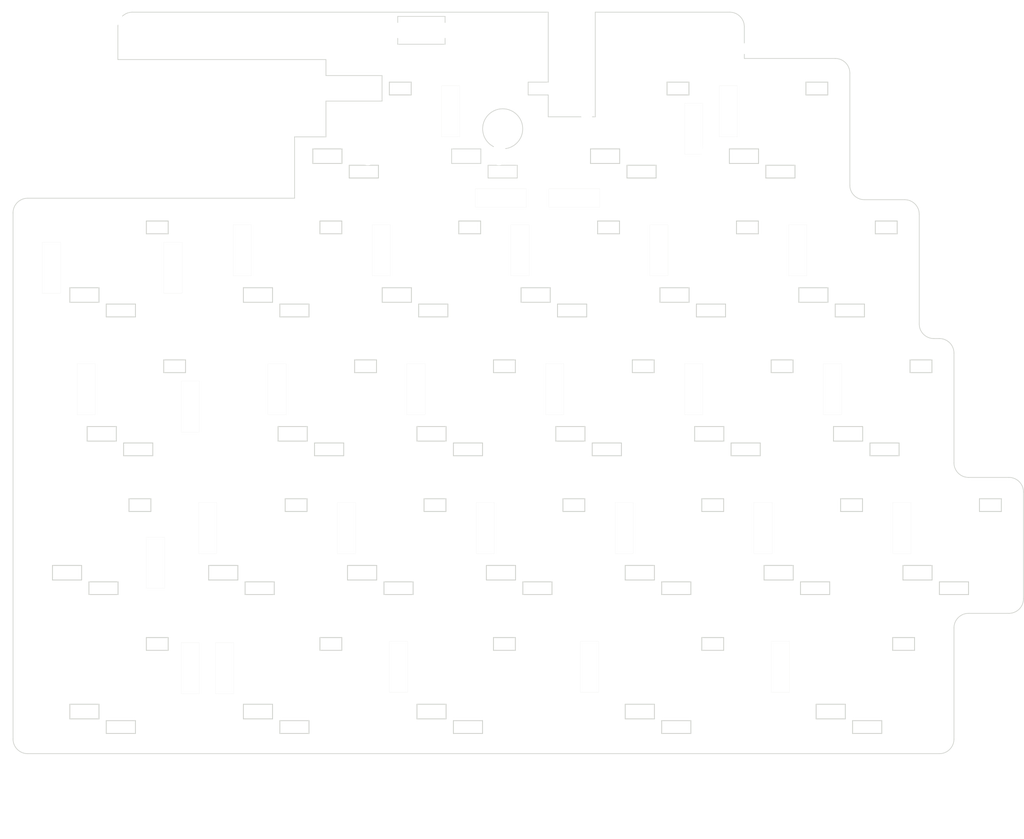
<source format=kicad_pcb>
(kicad_pcb (version 20171130) (host pcbnew "(5.1.5)-3")

  (general
    (thickness 1.6)
    (drawings 60)
    (tracks 0)
    (zones 0)
    (modules 71)
    (nets 1)
  )

  (page A3)
  (layers
    (0 F.Cu signal)
    (31 B.Cu signal)
    (32 B.Adhes user)
    (33 F.Adhes user)
    (34 B.Paste user)
    (35 F.Paste user)
    (36 B.SilkS user)
    (37 F.SilkS user)
    (38 B.Mask user)
    (39 F.Mask user)
    (40 Dwgs.User user)
    (41 Cmts.User user)
    (42 Eco1.User user)
    (43 Eco2.User user)
    (44 Edge.Cuts user)
    (45 Margin user)
    (46 B.CrtYd user)
    (47 F.CrtYd user)
    (48 B.Fab user)
    (49 F.Fab user)
  )

  (setup
    (last_trace_width 0.25)
    (user_trace_width 0.5)
    (user_trace_width 0.5)
    (user_trace_width 0.5)
    (user_trace_width 0.5)
    (user_trace_width 0.5)
    (user_trace_width 0.5)
    (user_trace_width 0.5)
    (user_trace_width 0.5)
    (user_trace_width 0.5)
    (user_trace_width 0.5)
    (user_trace_width 0.5)
    (user_trace_width 0.5)
    (user_trace_width 0.5)
    (user_trace_width 0.5)
    (user_trace_width 0.5)
    (user_trace_width 0.5)
    (user_trace_width 0.5)
    (user_trace_width 0.5)
    (user_trace_width 0.5)
    (user_trace_width 0.5)
    (user_trace_width 0.5)
    (user_trace_width 0.5)
    (user_trace_width 0.5)
    (user_trace_width 0.5)
    (user_trace_width 0.5)
    (user_trace_width 0.5)
    (user_trace_width 0.5)
    (user_trace_width 0.5)
    (user_trace_width 0.5)
    (user_trace_width 0.5)
    (user_trace_width 0.5)
    (user_trace_width 0.5)
    (user_trace_width 0.5)
    (user_trace_width 0.5)
    (user_trace_width 0.5)
    (user_trace_width 0.5)
    (user_trace_width 0.5)
    (user_trace_width 0.5)
    (user_trace_width 0.5)
    (user_trace_width 0.5)
    (user_trace_width 0.5)
    (user_trace_width 0.5)
    (user_trace_width 0.5)
    (user_trace_width 0.5)
    (user_trace_width 0.5)
    (user_trace_width 0.5)
    (user_trace_width 0.5)
    (user_trace_width 0.5)
    (user_trace_width 0.5)
    (user_trace_width 0.5)
    (user_trace_width 0.5)
    (user_trace_width 0.5)
    (user_trace_width 0.5)
    (user_trace_width 0.5)
    (user_trace_width 0.5)
    (user_trace_width 0.5)
    (user_trace_width 0.5)
    (user_trace_width 0.5)
    (user_trace_width 0.5)
    (user_trace_width 0.5)
    (user_trace_width 0.5)
    (user_trace_width 0.5)
    (user_trace_width 0.5)
    (user_trace_width 0.5)
    (user_trace_width 0.5)
    (user_trace_width 0.5)
    (user_trace_width 0.5)
    (user_trace_width 0.5)
    (user_trace_width 0.5)
    (user_trace_width 0.5)
    (user_trace_width 0.5)
    (user_trace_width 0.5)
    (user_trace_width 0.5)
    (user_trace_width 0.5)
    (user_trace_width 0.5)
    (user_trace_width 0.5)
    (user_trace_width 0.5)
    (user_trace_width 0.5)
    (user_trace_width 0.5)
    (user_trace_width 0.5)
    (user_trace_width 0.5)
    (user_trace_width 0.5)
    (user_trace_width 0.5)
    (user_trace_width 0.5)
    (user_trace_width 0.5)
    (user_trace_width 0.5)
    (user_trace_width 0.5)
    (user_trace_width 0.5)
    (user_trace_width 0.5)
    (user_trace_width 0.5)
    (user_trace_width 0.5)
    (user_trace_width 0.5)
    (user_trace_width 0.5)
    (user_trace_width 0.5)
    (user_trace_width 0.5)
    (user_trace_width 0.5)
    (user_trace_width 0.5)
    (user_trace_width 0.5)
    (user_trace_width 0.5)
    (user_trace_width 0.5)
    (user_trace_width 0.5)
    (user_trace_width 0.5)
    (user_trace_width 0.5)
    (user_trace_width 0.5)
    (user_trace_width 0.5)
    (user_trace_width 0.5)
    (user_trace_width 0.5)
    (user_trace_width 0.5)
    (user_trace_width 0.5)
    (user_trace_width 0.5)
    (user_trace_width 0.5)
    (user_trace_width 0.5)
    (user_trace_width 0.5)
    (user_trace_width 0.5)
    (user_trace_width 0.5)
    (user_trace_width 0.5)
    (user_trace_width 0.5)
    (user_trace_width 0.5)
    (user_trace_width 0.5)
    (user_trace_width 0.5)
    (user_trace_width 0.5)
    (user_trace_width 0.5)
    (user_trace_width 0.5)
    (user_trace_width 0.5)
    (user_trace_width 0.5)
    (user_trace_width 0.5)
    (user_trace_width 0.5)
    (user_trace_width 0.5)
    (user_trace_width 0.5)
    (user_trace_width 0.5)
    (user_trace_width 0.5)
    (user_trace_width 0.5)
    (user_trace_width 0.5)
    (user_trace_width 0.5)
    (user_trace_width 0.5)
    (user_trace_width 0.5)
    (user_trace_width 0.5)
    (user_trace_width 0.5)
    (user_trace_width 0.5)
    (user_trace_width 0.5)
    (user_trace_width 0.5)
    (user_trace_width 0.5)
    (user_trace_width 0.5)
    (user_trace_width 0.5)
    (user_trace_width 0.5)
    (user_trace_width 0.5)
    (user_trace_width 0.5)
    (user_trace_width 0.5)
    (user_trace_width 0.5)
    (user_trace_width 0.5)
    (user_trace_width 0.5)
    (user_trace_width 0.5)
    (user_trace_width 0.5)
    (user_trace_width 0.5)
    (user_trace_width 0.5)
    (user_trace_width 0.5)
    (user_trace_width 0.5)
    (user_trace_width 0.5)
    (user_trace_width 0.5)
    (user_trace_width 0.5)
    (user_trace_width 0.5)
    (user_trace_width 0.5)
    (user_trace_width 0.5)
    (user_trace_width 0.5)
    (user_trace_width 0.5)
    (user_trace_width 0.5)
    (user_trace_width 0.5)
    (user_trace_width 0.5)
    (user_trace_width 0.5)
    (user_trace_width 0.5)
    (user_trace_width 0.5)
    (user_trace_width 0.5)
    (user_trace_width 0.5)
    (user_trace_width 0.5)
    (user_trace_width 0.5)
    (user_trace_width 0.5)
    (user_trace_width 0.5)
    (user_trace_width 0.5)
    (user_trace_width 0.5)
    (user_trace_width 0.5)
    (user_trace_width 0.5)
    (user_trace_width 0.5)
    (user_trace_width 0.5)
    (user_trace_width 0.5)
    (user_trace_width 0.5)
    (user_trace_width 0.5)
    (user_trace_width 0.5)
    (user_trace_width 0.5)
    (user_trace_width 0.5)
    (user_trace_width 0.5)
    (user_trace_width 0.5)
    (user_trace_width 0.5)
    (user_trace_width 0.5)
    (user_trace_width 0.5)
    (user_trace_width 0.5)
    (user_trace_width 0.5)
    (user_trace_width 0.5)
    (user_trace_width 0.5)
    (user_trace_width 0.5)
    (user_trace_width 0.5)
    (user_trace_width 0.5)
    (user_trace_width 0.5)
    (user_trace_width 0.5)
    (user_trace_width 0.5)
    (user_trace_width 0.5)
    (user_trace_width 0.5)
    (user_trace_width 0.5)
    (user_trace_width 0.5)
    (user_trace_width 0.5)
    (user_trace_width 0.5)
    (user_trace_width 0.5)
    (user_trace_width 0.5)
    (user_trace_width 0.5)
    (user_trace_width 0.5)
    (user_trace_width 0.5)
    (user_trace_width 0.5)
    (user_trace_width 0.5)
    (user_trace_width 0.5)
    (user_trace_width 0.5)
    (user_trace_width 0.5)
    (user_trace_width 0.5)
    (user_trace_width 0.5)
    (user_trace_width 0.5)
    (user_trace_width 0.5)
    (user_trace_width 0.5)
    (user_trace_width 0.5)
    (user_trace_width 0.5)
    (user_trace_width 0.5)
    (user_trace_width 0.5)
    (user_trace_width 0.5)
    (user_trace_width 0.5)
    (user_trace_width 0.5)
    (user_trace_width 0.5)
    (user_trace_width 0.5)
    (user_trace_width 0.5)
    (trace_clearance 0.2)
    (zone_clearance 0.508)
    (zone_45_only no)
    (trace_min 0.2)
    (via_size 0.8)
    (via_drill 0.4)
    (via_min_size 0.4)
    (via_min_drill 0.3)
    (uvia_size 0.3)
    (uvia_drill 0.1)
    (uvias_allowed no)
    (uvia_min_size 0.2)
    (uvia_min_drill 0.1)
    (edge_width 0.1)
    (segment_width 0.2)
    (pcb_text_width 0.3)
    (pcb_text_size 1.5 1.5)
    (mod_edge_width 0.15)
    (mod_text_size 1 1)
    (mod_text_width 0.15)
    (pad_size 2.2 2.2)
    (pad_drill 2.2)
    (pad_to_mask_clearance 0)
    (solder_mask_min_width 0.25)
    (aux_axis_origin 0 0)
    (grid_origin 47.625 47.625)
    (visible_elements 7FFFFFFF)
    (pcbplotparams
      (layerselection 0x010f0_ffffffff)
      (usegerberextensions true)
      (usegerberattributes false)
      (usegerberadvancedattributes false)
      (creategerberjobfile false)
      (excludeedgelayer true)
      (linewidth 0.100000)
      (plotframeref false)
      (viasonmask false)
      (mode 1)
      (useauxorigin false)
      (hpglpennumber 1)
      (hpglpenspeed 20)
      (hpglpendiameter 15.000000)
      (psnegative false)
      (psa4output false)
      (plotreference true)
      (plotvalue true)
      (plotinvisibletext false)
      (padsonsilk false)
      (subtractmaskfromsilk false)
      (outputformat 1)
      (mirror false)
      (drillshape 0)
      (scaleselection 1)
      (outputdirectory "../../発注/20200728/AJisai74/MB_L/"))
  )

  (net 0 "")

  (net_class Default "これはデフォルトのネット クラスです。"
    (clearance 0.2)
    (trace_width 0.25)
    (via_dia 0.8)
    (via_drill 0.4)
    (uvia_dia 0.3)
    (uvia_drill 0.1)
  )

  (module kbd:ResetSW_BL_hole (layer F.Cu) (tedit 5E2989E4) (tstamp 5F20A19A)
    (at 93.625 34.125)
    (fp_text reference SW32 (at 0 2.55) (layer F.SilkS) hide
      (effects (font (size 1 1) (thickness 0.15)))
    )
    (fp_text value SW_PUSH (at 0 -2.55) (layer F.Fab) hide
      (effects (font (size 1 1) (thickness 0.15)))
    )
    (pad "" np_thru_hole circle (at 3.25 0) (size 2.1 2.1) (drill 2.1) (layers *.Cu *.Mask))
    (pad "" np_thru_hole circle (at -3.25 0) (size 2.1 2.1) (drill 2.1) (layers *.Cu *.Mask))
  )

  (module kbd:MJ-4PP-9_kai_hole_5 (layer F.Cu) (tedit 5F2048A4) (tstamp 5F20A0D2)
    (at 45.725 34.625 90)
    (fp_text reference J* (at -2.85 -1.05 90) (layer F.Fab)
      (effects (font (size 1 1) (thickness 0.15)))
    )
    (fp_text value MJ-4PP-9_BL_kai (at 0 8 90) (layer F.Fab) hide
      (effects (font (size 1 1) (thickness 0.15)))
    )
    (pad "" np_thru_hole oval (at 2 5.8 90) (size 1.5 2.4) (drill oval 1.5 2.4) (layers *.Cu *.Mask)
      (clearance 0.15))
    (model "../../../../../../Users/pluis/Documents/Magic Briefcase/Documents/KiCad/3d/AB2_TRS_3p5MM_PTH.wrl"
      (at (xyz 0 0 0))
      (scale (xyz 0.42 0.42 0.42))
      (rotate (xyz 0 0 90))
    )
  )

  (module kbd:MJ-4PP-9_kai_hole_5 (layer F.Cu) (tedit 5F2048A4) (tstamp 5F20A0CA)
    (at 114.3 39.725)
    (fp_text reference J* (at -2.85 -1.05) (layer F.Fab)
      (effects (font (size 1 1) (thickness 0.15)))
    )
    (fp_text value MJ-4PP-9_BL_kai (at 0 8) (layer F.Fab) hide
      (effects (font (size 1 1) (thickness 0.15)))
    )
    (pad "" np_thru_hole oval (at 2 5.8) (size 1.5 2.4) (drill oval 1.5 2.4) (layers *.Cu *.Mask)
      (clearance 0.15))
    (model "../../../../../../Users/pluis/Documents/Magic Briefcase/Documents/KiCad/3d/AB2_TRS_3p5MM_PTH.wrl"
      (at (xyz 0 0 0))
      (scale (xyz 0.42 0.42 0.42))
      (rotate (xyz 0 0 90))
    )
  )

  (module kbd:MJ-4PP-9_kai_hole_5 (layer F.Cu) (tedit 5F2048A4) (tstamp 5F20A0C9)
    (at 144.325 34.625 270)
    (fp_text reference J* (at -2.85 -1.05 90) (layer F.Fab)
      (effects (font (size 1 1) (thickness 0.15)))
    )
    (fp_text value MJ-4PP-9_BL_kai (at 0 8 90) (layer F.Fab) hide
      (effects (font (size 1 1) (thickness 0.15)))
    )
    (pad "" np_thru_hole oval (at 2 5.8 270) (size 1.5 2.4) (drill oval 1.5 2.4) (layers *.Cu *.Mask)
      (clearance 0.15))
    (model "../../../../../../Users/pluis/Documents/Magic Briefcase/Documents/KiCad/3d/AB2_TRS_3p5MM_PTH.wrl"
      (at (xyz 0 0 0))
      (scale (xyz 0.42 0.42 0.42))
      (rotate (xyz 0 0 90))
    )
  )

  (module kbd:MSK-12D19_a (layer F.Cu) (tedit 5F204049) (tstamp 5F20BB63)
    (at 81.125 58.225 180)
    (fp_text reference J* (at 0 -2) (layer F.Fab)
      (effects (font (size 1 1) (thickness 0.15)))
    )
    (fp_text value MSK-12D19_a (at 0 3.5) (layer F.Fab) hide
      (effects (font (size 1 1) (thickness 0.15)))
    )
    (pad "" np_thru_hole oval (at -2.5 1.05 180) (size 1.6 1.3) (drill oval 1.6 1.3) (layers *.Cu *.Mask)
      (clearance 0.15))
    (pad "" np_thru_hole oval (at 0 1.05 180) (size 1.6 1.3) (drill oval 1.6 1.3) (layers *.Cu *.Mask)
      (clearance 0.15))
    (pad "" np_thru_hole oval (at 2.5 1.05 180) (size 1.6 1.3) (drill oval 1.6 1.3) (layers *.Cu *.Mask)
      (clearance 0.15))
    (model "../../../../../../Users/pluis/Documents/Magic Briefcase/Documents/KiCad/3d/AB2_TRS_3p5MM_PTH.wrl"
      (at (xyz 0 0 0))
      (scale (xyz 0.42 0.42 0.42))
      (rotate (xyz 0 0 90))
    )
  )

  (module kbd:ali_CR1632_a (layer F.Cu) (tedit 5F203FCF) (tstamp 5F20BB2B)
    (at 124.075 51.225)
    (fp_text reference BT1 (at 2.5 -4) (layer F.SilkS) hide
      (effects (font (size 1 1) (thickness 0.15)))
    )
    (fp_text value Battery (at 0 -0.5) (layer F.Fab)
      (effects (font (size 1 1) (thickness 0.15)))
    )
    (pad "" np_thru_hole oval (at 9 0) (size 2 2.8) (drill oval 2 2.8) (layers *.Cu *.Mask))
    (pad "" np_thru_hole oval (at -9 0) (size 2 2.8) (drill oval 2 2.8) (layers *.Cu *.Mask))
  )

  (module kbd:ali_CR1632_a (layer F.Cu) (tedit 5F203FCF) (tstamp 5F20BB16)
    (at 95.25 51.225)
    (fp_text reference BT1 (at 2.5 -4) (layer F.SilkS) hide
      (effects (font (size 1 1) (thickness 0.15)))
    )
    (fp_text value Battery (at 0 -0.5) (layer F.Fab)
      (effects (font (size 1 1) (thickness 0.15)))
    )
    (pad "" np_thru_hole oval (at 9 0) (size 2 2.8) (drill oval 2 2.8) (layers *.Cu *.Mask))
    (pad "" np_thru_hole oval (at -9 0) (size 2 2.8) (drill oval 2 2.8) (layers *.Cu *.Mask))
  )

  (module kbd:D3_SMD_BL_a (layer F.Cu) (tedit 5DA7412E) (tstamp 5F2060BA)
    (at 104.525 57.125)
    (descr "Resitance 3 pas")
    (tags R)
    (autoplace_cost180 10)
    (fp_text reference D1 (at 0.55 0) (layer F.Fab) hide
      (effects (font (size 0.5 0.5) (thickness 0.125)))
    )
    (fp_text value D (at -0.55 0) (layer F.Fab) hide
      (effects (font (size 0.5 0.5) (thickness 0.125)))
    )
    (fp_line (start -3.5 -1.25) (end -3.5 1.25) (layer Edge.Cuts) (width 0.01))
    (fp_line (start -3.5 1.25) (end 3.5 1.25) (layer Edge.Cuts) (width 0.01))
    (fp_line (start 3.5 1.25) (end 3.5 -1.25) (layer Edge.Cuts) (width 0.01))
    (fp_line (start 3.5 -1.25) (end -3.5 -1.25) (layer Edge.Cuts) (width 0.01))
    (model Diodes_SMD.3dshapes/SMB_Handsoldering.wrl
      (at (xyz 0 0 0))
      (scale (xyz 0.22 0.15 0.15))
      (rotate (xyz 0 0 180))
    )
  )

  (module kbd:D3_SMD_BL_a (layer F.Cu) (tedit 5DA7412E) (tstamp 5F20609D)
    (at 114.625 57.125)
    (descr "Resitance 3 pas")
    (tags R)
    (autoplace_cost180 10)
    (fp_text reference D1 (at 0.55 0) (layer F.Fab) hide
      (effects (font (size 0.5 0.5) (thickness 0.125)))
    )
    (fp_text value D (at -0.55 0) (layer F.Fab) hide
      (effects (font (size 0.5 0.5) (thickness 0.125)))
    )
    (fp_line (start 3.5 -1.25) (end -3.5 -1.25) (layer Edge.Cuts) (width 0.01))
    (fp_line (start 3.5 1.25) (end 3.5 -1.25) (layer Edge.Cuts) (width 0.01))
    (fp_line (start -3.5 1.25) (end 3.5 1.25) (layer Edge.Cuts) (width 0.01))
    (fp_line (start -3.5 -1.25) (end -3.5 1.25) (layer Edge.Cuts) (width 0.01))
    (model Diodes_SMD.3dshapes/SMB_Handsoldering.wrl
      (at (xyz 0 0 0))
      (scale (xyz 0.22 0.15 0.15))
      (rotate (xyz 0 0 180))
    )
  )

  (module kbd:Choc_v2_1L_a2 (layer F.Cu) (tedit 5F1F0639) (tstamp 5DA278C7)
    (at 152.4 66.675)
    (path /5C3D99DB)
    (fp_text reference SW27 (at -5.08 -6.35 180) (layer B.SilkS) hide
      (effects (font (size 1 1) (thickness 0.15)) (justify mirror))
    )
    (fp_text value SW_PUSH (at 2.54 -6.35 180) (layer F.Fab) hide
      (effects (font (size 1 1) (thickness 0.15)))
    )
    (fp_circle (center 0 0) (end 2.5 0.25) (layer Edge.Cuts) (width 0.12))
    (fp_line (start 6.5 -6.4) (end 3.5 -6.4) (layer Edge.Cuts) (width 0.12))
    (fp_line (start 6.5 -4.65) (end 6.5 -6.4) (layer Edge.Cuts) (width 0.12))
    (fp_line (start 3.5 -4.65) (end 6.5 -4.65) (layer Edge.Cuts) (width 0.12))
    (fp_line (start 3.5 -6.4) (end 3.5 -4.65) (layer Edge.Cuts) (width 0.12))
    (fp_line (start 2 5) (end -2 5) (layer Edge.Cuts) (width 0.12))
    (fp_line (start 2 6.75) (end 2 5) (layer Edge.Cuts) (width 0.12))
    (fp_line (start -2 6.75) (end 2 6.75) (layer Edge.Cuts) (width 0.12))
    (fp_line (start -2 5) (end -2 6.75) (layer Edge.Cuts) (width 0.12))
    (fp_line (start -3 2.75) (end -7 2.75) (layer Edge.Cuts) (width 0.12))
    (fp_line (start -3 4.75) (end -3 2.75) (layer Edge.Cuts) (width 0.12))
    (fp_line (start -7 4.75) (end -3 4.75) (layer Edge.Cuts) (width 0.12))
    (fp_line (start -7 2.75) (end -7 4.75) (layer Edge.Cuts) (width 0.12))
    (fp_line (start 7 -7) (end 6 -7) (layer Dwgs.User) (width 0.15))
    (fp_line (start 7 -6) (end 7 -7) (layer Dwgs.User) (width 0.15))
    (fp_line (start -7 -7) (end -6 -7) (layer Dwgs.User) (width 0.15))
    (fp_line (start -7 -6) (end -7 -7) (layer Dwgs.User) (width 0.15))
    (fp_line (start 7 7) (end 7 6) (layer Dwgs.User) (width 0.15))
    (fp_line (start 6 7) (end 7 7) (layer Dwgs.User) (width 0.15))
    (fp_line (start -7 7) (end -7 6) (layer Dwgs.User) (width 0.15))
    (fp_line (start -6 7) (end -7 7) (layer Dwgs.User) (width 0.15))
    (fp_line (start 9.525 9.525) (end -9.525 9.525) (layer Dwgs.User) (width 0.15))
    (fp_line (start -9.525 9.525) (end -9.525 -9.525) (layer Dwgs.User) (width 0.15))
    (fp_line (start -9.525 -9.525) (end 9.525 -9.525) (layer Dwgs.User) (width 0.15))
    (fp_line (start 9.525 -9.525) (end 9.525 9.525) (layer Dwgs.User) (width 0.15))
    (pad "" np_thru_hole circle (at 0 0) (size 5.5 5.5) (drill 5.5) (layers *.Cu *.Mask))
  )

  (module kbd:Choc_v2_1L_a2 (layer F.Cu) (tedit 5F1F0639) (tstamp 5EE130D4)
    (at 71.4375 104.775)
    (path /5EE162B8)
    (fp_text reference SW30 (at -5.08 -6.35 180) (layer B.SilkS) hide
      (effects (font (size 1 1) (thickness 0.15)) (justify mirror))
    )
    (fp_text value SW_PUSH (at 2.54 -6.35 180) (layer F.Fab) hide
      (effects (font (size 1 1) (thickness 0.15)))
    )
    (fp_circle (center 0 0) (end 2.5 0.25) (layer Edge.Cuts) (width 0.12))
    (fp_line (start 6.5 -6.4) (end 3.5 -6.4) (layer Edge.Cuts) (width 0.12))
    (fp_line (start 6.5 -4.65) (end 6.5 -6.4) (layer Edge.Cuts) (width 0.12))
    (fp_line (start 3.5 -4.65) (end 6.5 -4.65) (layer Edge.Cuts) (width 0.12))
    (fp_line (start 3.5 -6.4) (end 3.5 -4.65) (layer Edge.Cuts) (width 0.12))
    (fp_line (start 2 5) (end -2 5) (layer Edge.Cuts) (width 0.12))
    (fp_line (start 2 6.75) (end 2 5) (layer Edge.Cuts) (width 0.12))
    (fp_line (start -2 6.75) (end 2 6.75) (layer Edge.Cuts) (width 0.12))
    (fp_line (start -2 5) (end -2 6.75) (layer Edge.Cuts) (width 0.12))
    (fp_line (start -3 2.75) (end -7 2.75) (layer Edge.Cuts) (width 0.12))
    (fp_line (start -3 4.75) (end -3 2.75) (layer Edge.Cuts) (width 0.12))
    (fp_line (start -7 4.75) (end -3 4.75) (layer Edge.Cuts) (width 0.12))
    (fp_line (start -7 2.75) (end -7 4.75) (layer Edge.Cuts) (width 0.12))
    (fp_line (start 7 -7) (end 6 -7) (layer Dwgs.User) (width 0.15))
    (fp_line (start 7 -6) (end 7 -7) (layer Dwgs.User) (width 0.15))
    (fp_line (start -7 -7) (end -6 -7) (layer Dwgs.User) (width 0.15))
    (fp_line (start -7 -6) (end -7 -7) (layer Dwgs.User) (width 0.15))
    (fp_line (start 7 7) (end 7 6) (layer Dwgs.User) (width 0.15))
    (fp_line (start 6 7) (end 7 7) (layer Dwgs.User) (width 0.15))
    (fp_line (start -7 7) (end -7 6) (layer Dwgs.User) (width 0.15))
    (fp_line (start -6 7) (end -7 7) (layer Dwgs.User) (width 0.15))
    (fp_line (start 9.525 9.525) (end -9.525 9.525) (layer Dwgs.User) (width 0.15))
    (fp_line (start -9.525 9.525) (end -9.525 -9.525) (layer Dwgs.User) (width 0.15))
    (fp_line (start -9.525 -9.525) (end 9.525 -9.525) (layer Dwgs.User) (width 0.15))
    (fp_line (start 9.525 -9.525) (end 9.525 9.525) (layer Dwgs.User) (width 0.15))
    (pad "" np_thru_hole circle (at 0 0) (size 5.5 5.5) (drill 5.5) (layers *.Cu *.Mask))
  )

  (module kbd:Choc_v2_1L_a2 (layer F.Cu) (tedit 5F1F0639) (tstamp 5DA278F1)
    (at 166.688 104.775)
    (path /5C3DEF56)
    (fp_text reference SW29 (at -5.08 -6.35 180) (layer B.SilkS) hide
      (effects (font (size 1 1) (thickness 0.15)) (justify mirror))
    )
    (fp_text value SW_PUSH (at 2.54 -6.35 180) (layer F.Fab) hide
      (effects (font (size 1 1) (thickness 0.15)))
    )
    (fp_circle (center 0 0) (end 2.5 0.25) (layer Edge.Cuts) (width 0.12))
    (fp_line (start 6.5 -6.4) (end 3.5 -6.4) (layer Edge.Cuts) (width 0.12))
    (fp_line (start 6.5 -4.65) (end 6.5 -6.4) (layer Edge.Cuts) (width 0.12))
    (fp_line (start 3.5 -4.65) (end 6.5 -4.65) (layer Edge.Cuts) (width 0.12))
    (fp_line (start 3.5 -6.4) (end 3.5 -4.65) (layer Edge.Cuts) (width 0.12))
    (fp_line (start 2 5) (end -2 5) (layer Edge.Cuts) (width 0.12))
    (fp_line (start 2 6.75) (end 2 5) (layer Edge.Cuts) (width 0.12))
    (fp_line (start -2 6.75) (end 2 6.75) (layer Edge.Cuts) (width 0.12))
    (fp_line (start -2 5) (end -2 6.75) (layer Edge.Cuts) (width 0.12))
    (fp_line (start -3 2.75) (end -7 2.75) (layer Edge.Cuts) (width 0.12))
    (fp_line (start -3 4.75) (end -3 2.75) (layer Edge.Cuts) (width 0.12))
    (fp_line (start -7 4.75) (end -3 4.75) (layer Edge.Cuts) (width 0.12))
    (fp_line (start -7 2.75) (end -7 4.75) (layer Edge.Cuts) (width 0.12))
    (fp_line (start 7 -7) (end 6 -7) (layer Dwgs.User) (width 0.15))
    (fp_line (start 7 -6) (end 7 -7) (layer Dwgs.User) (width 0.15))
    (fp_line (start -7 -7) (end -6 -7) (layer Dwgs.User) (width 0.15))
    (fp_line (start -7 -6) (end -7 -7) (layer Dwgs.User) (width 0.15))
    (fp_line (start 7 7) (end 7 6) (layer Dwgs.User) (width 0.15))
    (fp_line (start 6 7) (end 7 7) (layer Dwgs.User) (width 0.15))
    (fp_line (start -7 7) (end -7 6) (layer Dwgs.User) (width 0.15))
    (fp_line (start -6 7) (end -7 7) (layer Dwgs.User) (width 0.15))
    (fp_line (start 9.525 9.525) (end -9.525 9.525) (layer Dwgs.User) (width 0.15))
    (fp_line (start -9.525 9.525) (end -9.525 -9.525) (layer Dwgs.User) (width 0.15))
    (fp_line (start -9.525 -9.525) (end 9.525 -9.525) (layer Dwgs.User) (width 0.15))
    (fp_line (start 9.525 -9.525) (end 9.525 9.525) (layer Dwgs.User) (width 0.15))
    (pad "" np_thru_hole circle (at 0 0) (size 5.5 5.5) (drill 5.5) (layers *.Cu *.Mask))
  )

  (module kbd:Choc_v2_1L_a2 (layer F.Cu) (tedit 5F1F0639) (tstamp 5DA278DC)
    (at 157.162 85.725)
    (path /5C3DF1BE)
    (fp_text reference SW28 (at -5.08 -6.35 180) (layer B.SilkS) hide
      (effects (font (size 1 1) (thickness 0.15)) (justify mirror))
    )
    (fp_text value SW_PUSH (at 2.54 -6.35 180) (layer F.Fab) hide
      (effects (font (size 1 1) (thickness 0.15)))
    )
    (fp_circle (center 0 0) (end 2.5 0.25) (layer Edge.Cuts) (width 0.12))
    (fp_line (start 6.5 -6.4) (end 3.5 -6.4) (layer Edge.Cuts) (width 0.12))
    (fp_line (start 6.5 -4.65) (end 6.5 -6.4) (layer Edge.Cuts) (width 0.12))
    (fp_line (start 3.5 -4.65) (end 6.5 -4.65) (layer Edge.Cuts) (width 0.12))
    (fp_line (start 3.5 -6.4) (end 3.5 -4.65) (layer Edge.Cuts) (width 0.12))
    (fp_line (start 2 5) (end -2 5) (layer Edge.Cuts) (width 0.12))
    (fp_line (start 2 6.75) (end 2 5) (layer Edge.Cuts) (width 0.12))
    (fp_line (start -2 6.75) (end 2 6.75) (layer Edge.Cuts) (width 0.12))
    (fp_line (start -2 5) (end -2 6.75) (layer Edge.Cuts) (width 0.12))
    (fp_line (start -3 2.75) (end -7 2.75) (layer Edge.Cuts) (width 0.12))
    (fp_line (start -3 4.75) (end -3 2.75) (layer Edge.Cuts) (width 0.12))
    (fp_line (start -7 4.75) (end -3 4.75) (layer Edge.Cuts) (width 0.12))
    (fp_line (start -7 2.75) (end -7 4.75) (layer Edge.Cuts) (width 0.12))
    (fp_line (start 7 -7) (end 6 -7) (layer Dwgs.User) (width 0.15))
    (fp_line (start 7 -6) (end 7 -7) (layer Dwgs.User) (width 0.15))
    (fp_line (start -7 -7) (end -6 -7) (layer Dwgs.User) (width 0.15))
    (fp_line (start -7 -6) (end -7 -7) (layer Dwgs.User) (width 0.15))
    (fp_line (start 7 7) (end 7 6) (layer Dwgs.User) (width 0.15))
    (fp_line (start 6 7) (end 7 7) (layer Dwgs.User) (width 0.15))
    (fp_line (start -7 7) (end -7 6) (layer Dwgs.User) (width 0.15))
    (fp_line (start -6 7) (end -7 7) (layer Dwgs.User) (width 0.15))
    (fp_line (start 9.525 9.525) (end -9.525 9.525) (layer Dwgs.User) (width 0.15))
    (fp_line (start -9.525 9.525) (end -9.525 -9.525) (layer Dwgs.User) (width 0.15))
    (fp_line (start -9.525 -9.525) (end 9.525 -9.525) (layer Dwgs.User) (width 0.15))
    (fp_line (start 9.525 -9.525) (end 9.525 9.525) (layer Dwgs.User) (width 0.15))
    (pad "" np_thru_hole circle (at 0 0) (size 5.5 5.5) (drill 5.5) (layers *.Cu *.Mask))
  )

  (module kbd:Choc_v2_1L_a2 (layer F.Cu) (tedit 5F1F0639) (tstamp 5D9C56D8)
    (at 142.875 47.625)
    (path /5C3D0057)
    (fp_text reference SW26 (at -5.08 -6.35 180) (layer B.SilkS) hide
      (effects (font (size 1 1) (thickness 0.15)) (justify mirror))
    )
    (fp_text value SW_PUSH (at 2.54 -6.35 180) (layer F.Fab) hide
      (effects (font (size 1 1) (thickness 0.15)))
    )
    (fp_circle (center 0 0) (end 2.5 0.25) (layer Edge.Cuts) (width 0.12))
    (fp_line (start 6.5 -6.4) (end 3.5 -6.4) (layer Edge.Cuts) (width 0.12))
    (fp_line (start 6.5 -4.65) (end 6.5 -6.4) (layer Edge.Cuts) (width 0.12))
    (fp_line (start 3.5 -4.65) (end 6.5 -4.65) (layer Edge.Cuts) (width 0.12))
    (fp_line (start 3.5 -6.4) (end 3.5 -4.65) (layer Edge.Cuts) (width 0.12))
    (fp_line (start 2 5) (end -2 5) (layer Edge.Cuts) (width 0.12))
    (fp_line (start 2 6.75) (end 2 5) (layer Edge.Cuts) (width 0.12))
    (fp_line (start -2 6.75) (end 2 6.75) (layer Edge.Cuts) (width 0.12))
    (fp_line (start -2 5) (end -2 6.75) (layer Edge.Cuts) (width 0.12))
    (fp_line (start -3 2.75) (end -7 2.75) (layer Edge.Cuts) (width 0.12))
    (fp_line (start -3 4.75) (end -3 2.75) (layer Edge.Cuts) (width 0.12))
    (fp_line (start -7 4.75) (end -3 4.75) (layer Edge.Cuts) (width 0.12))
    (fp_line (start -7 2.75) (end -7 4.75) (layer Edge.Cuts) (width 0.12))
    (fp_line (start 7 -7) (end 6 -7) (layer Dwgs.User) (width 0.15))
    (fp_line (start 7 -6) (end 7 -7) (layer Dwgs.User) (width 0.15))
    (fp_line (start -7 -7) (end -6 -7) (layer Dwgs.User) (width 0.15))
    (fp_line (start -7 -6) (end -7 -7) (layer Dwgs.User) (width 0.15))
    (fp_line (start 7 7) (end 7 6) (layer Dwgs.User) (width 0.15))
    (fp_line (start 6 7) (end 7 7) (layer Dwgs.User) (width 0.15))
    (fp_line (start -7 7) (end -7 6) (layer Dwgs.User) (width 0.15))
    (fp_line (start -6 7) (end -7 7) (layer Dwgs.User) (width 0.15))
    (fp_line (start 9.525 9.525) (end -9.525 9.525) (layer Dwgs.User) (width 0.15))
    (fp_line (start -9.525 9.525) (end -9.525 -9.525) (layer Dwgs.User) (width 0.15))
    (fp_line (start -9.525 -9.525) (end 9.525 -9.525) (layer Dwgs.User) (width 0.15))
    (fp_line (start 9.525 -9.525) (end 9.525 9.525) (layer Dwgs.User) (width 0.15))
    (pad "" np_thru_hole circle (at 0 0) (size 5.5 5.5) (drill 5.5) (layers *.Cu *.Mask))
  )

  (module kbd:Choc_v2_1L_a2 (layer F.Cu) (tedit 5F1F0639) (tstamp 5D968361)
    (at 154.78125 123.825)
    (path /5C6AC0DC)
    (fp_text reference SW25 (at -5.08 -6.35 180) (layer B.SilkS) hide
      (effects (font (size 1 1) (thickness 0.15)) (justify mirror))
    )
    (fp_text value SW_PUSH (at 2.54 -6.35 180) (layer F.Fab) hide
      (effects (font (size 1 1) (thickness 0.15)))
    )
    (fp_circle (center 0 0) (end 2.5 0.25) (layer Edge.Cuts) (width 0.12))
    (fp_line (start 6.5 -6.4) (end 3.5 -6.4) (layer Edge.Cuts) (width 0.12))
    (fp_line (start 6.5 -4.65) (end 6.5 -6.4) (layer Edge.Cuts) (width 0.12))
    (fp_line (start 3.5 -4.65) (end 6.5 -4.65) (layer Edge.Cuts) (width 0.12))
    (fp_line (start 3.5 -6.4) (end 3.5 -4.65) (layer Edge.Cuts) (width 0.12))
    (fp_line (start 2 5) (end -2 5) (layer Edge.Cuts) (width 0.12))
    (fp_line (start 2 6.75) (end 2 5) (layer Edge.Cuts) (width 0.12))
    (fp_line (start -2 6.75) (end 2 6.75) (layer Edge.Cuts) (width 0.12))
    (fp_line (start -2 5) (end -2 6.75) (layer Edge.Cuts) (width 0.12))
    (fp_line (start -3 2.75) (end -7 2.75) (layer Edge.Cuts) (width 0.12))
    (fp_line (start -3 4.75) (end -3 2.75) (layer Edge.Cuts) (width 0.12))
    (fp_line (start -7 4.75) (end -3 4.75) (layer Edge.Cuts) (width 0.12))
    (fp_line (start -7 2.75) (end -7 4.75) (layer Edge.Cuts) (width 0.12))
    (fp_line (start 7 -7) (end 6 -7) (layer Dwgs.User) (width 0.15))
    (fp_line (start 7 -6) (end 7 -7) (layer Dwgs.User) (width 0.15))
    (fp_line (start -7 -7) (end -6 -7) (layer Dwgs.User) (width 0.15))
    (fp_line (start -7 -6) (end -7 -7) (layer Dwgs.User) (width 0.15))
    (fp_line (start 7 7) (end 7 6) (layer Dwgs.User) (width 0.15))
    (fp_line (start 6 7) (end 7 7) (layer Dwgs.User) (width 0.15))
    (fp_line (start -7 7) (end -7 6) (layer Dwgs.User) (width 0.15))
    (fp_line (start -6 7) (end -7 7) (layer Dwgs.User) (width 0.15))
    (fp_line (start 9.525 9.525) (end -9.525 9.525) (layer Dwgs.User) (width 0.15))
    (fp_line (start -9.525 9.525) (end -9.525 -9.525) (layer Dwgs.User) (width 0.15))
    (fp_line (start -9.525 -9.525) (end 9.525 -9.525) (layer Dwgs.User) (width 0.15))
    (fp_line (start 9.525 -9.525) (end 9.525 9.525) (layer Dwgs.User) (width 0.15))
    (pad "" np_thru_hole circle (at 0 0) (size 5.5 5.5) (drill 5.5) (layers *.Cu *.Mask))
  )

  (module kbd:Choc_v2_1L_a2 (layer F.Cu) (tedit 5F1F0639) (tstamp 5DA27887)
    (at 147.638 104.775)
    (path /5C3DEEEA)
    (fp_text reference SW24 (at -5.08 -6.35 180) (layer B.SilkS) hide
      (effects (font (size 1 1) (thickness 0.15)) (justify mirror))
    )
    (fp_text value SW_PUSH (at 2.54 -6.35 180) (layer F.Fab) hide
      (effects (font (size 1 1) (thickness 0.15)))
    )
    (fp_circle (center 0 0) (end 2.5 0.25) (layer Edge.Cuts) (width 0.12))
    (fp_line (start 6.5 -6.4) (end 3.5 -6.4) (layer Edge.Cuts) (width 0.12))
    (fp_line (start 6.5 -4.65) (end 6.5 -6.4) (layer Edge.Cuts) (width 0.12))
    (fp_line (start 3.5 -4.65) (end 6.5 -4.65) (layer Edge.Cuts) (width 0.12))
    (fp_line (start 3.5 -6.4) (end 3.5 -4.65) (layer Edge.Cuts) (width 0.12))
    (fp_line (start 2 5) (end -2 5) (layer Edge.Cuts) (width 0.12))
    (fp_line (start 2 6.75) (end 2 5) (layer Edge.Cuts) (width 0.12))
    (fp_line (start -2 6.75) (end 2 6.75) (layer Edge.Cuts) (width 0.12))
    (fp_line (start -2 5) (end -2 6.75) (layer Edge.Cuts) (width 0.12))
    (fp_line (start -3 2.75) (end -7 2.75) (layer Edge.Cuts) (width 0.12))
    (fp_line (start -3 4.75) (end -3 2.75) (layer Edge.Cuts) (width 0.12))
    (fp_line (start -7 4.75) (end -3 4.75) (layer Edge.Cuts) (width 0.12))
    (fp_line (start -7 2.75) (end -7 4.75) (layer Edge.Cuts) (width 0.12))
    (fp_line (start 7 -7) (end 6 -7) (layer Dwgs.User) (width 0.15))
    (fp_line (start 7 -6) (end 7 -7) (layer Dwgs.User) (width 0.15))
    (fp_line (start -7 -7) (end -6 -7) (layer Dwgs.User) (width 0.15))
    (fp_line (start -7 -6) (end -7 -7) (layer Dwgs.User) (width 0.15))
    (fp_line (start 7 7) (end 7 6) (layer Dwgs.User) (width 0.15))
    (fp_line (start 6 7) (end 7 7) (layer Dwgs.User) (width 0.15))
    (fp_line (start -7 7) (end -7 6) (layer Dwgs.User) (width 0.15))
    (fp_line (start -6 7) (end -7 7) (layer Dwgs.User) (width 0.15))
    (fp_line (start 9.525 9.525) (end -9.525 9.525) (layer Dwgs.User) (width 0.15))
    (fp_line (start -9.525 9.525) (end -9.525 -9.525) (layer Dwgs.User) (width 0.15))
    (fp_line (start -9.525 -9.525) (end 9.525 -9.525) (layer Dwgs.User) (width 0.15))
    (fp_line (start 9.525 -9.525) (end 9.525 9.525) (layer Dwgs.User) (width 0.15))
    (pad "" np_thru_hole circle (at 0 0) (size 5.5 5.5) (drill 5.5) (layers *.Cu *.Mask))
  )

  (module kbd:Choc_v2_1L_a2 (layer F.Cu) (tedit 5F1F0639) (tstamp 5DA27872)
    (at 138.112 85.725)
    (path /5C3DF130)
    (fp_text reference SW23 (at -5.08 -6.35 180) (layer B.SilkS) hide
      (effects (font (size 1 1) (thickness 0.15)) (justify mirror))
    )
    (fp_text value SW_PUSH (at 2.54 -6.35 180) (layer F.Fab) hide
      (effects (font (size 1 1) (thickness 0.15)))
    )
    (fp_circle (center 0 0) (end 2.5 0.25) (layer Edge.Cuts) (width 0.12))
    (fp_line (start 6.5 -6.4) (end 3.5 -6.4) (layer Edge.Cuts) (width 0.12))
    (fp_line (start 6.5 -4.65) (end 6.5 -6.4) (layer Edge.Cuts) (width 0.12))
    (fp_line (start 3.5 -4.65) (end 6.5 -4.65) (layer Edge.Cuts) (width 0.12))
    (fp_line (start 3.5 -6.4) (end 3.5 -4.65) (layer Edge.Cuts) (width 0.12))
    (fp_line (start 2 5) (end -2 5) (layer Edge.Cuts) (width 0.12))
    (fp_line (start 2 6.75) (end 2 5) (layer Edge.Cuts) (width 0.12))
    (fp_line (start -2 6.75) (end 2 6.75) (layer Edge.Cuts) (width 0.12))
    (fp_line (start -2 5) (end -2 6.75) (layer Edge.Cuts) (width 0.12))
    (fp_line (start -3 2.75) (end -7 2.75) (layer Edge.Cuts) (width 0.12))
    (fp_line (start -3 4.75) (end -3 2.75) (layer Edge.Cuts) (width 0.12))
    (fp_line (start -7 4.75) (end -3 4.75) (layer Edge.Cuts) (width 0.12))
    (fp_line (start -7 2.75) (end -7 4.75) (layer Edge.Cuts) (width 0.12))
    (fp_line (start 7 -7) (end 6 -7) (layer Dwgs.User) (width 0.15))
    (fp_line (start 7 -6) (end 7 -7) (layer Dwgs.User) (width 0.15))
    (fp_line (start -7 -7) (end -6 -7) (layer Dwgs.User) (width 0.15))
    (fp_line (start -7 -6) (end -7 -7) (layer Dwgs.User) (width 0.15))
    (fp_line (start 7 7) (end 7 6) (layer Dwgs.User) (width 0.15))
    (fp_line (start 6 7) (end 7 7) (layer Dwgs.User) (width 0.15))
    (fp_line (start -7 7) (end -7 6) (layer Dwgs.User) (width 0.15))
    (fp_line (start -6 7) (end -7 7) (layer Dwgs.User) (width 0.15))
    (fp_line (start 9.525 9.525) (end -9.525 9.525) (layer Dwgs.User) (width 0.15))
    (fp_line (start -9.525 9.525) (end -9.525 -9.525) (layer Dwgs.User) (width 0.15))
    (fp_line (start -9.525 -9.525) (end 9.525 -9.525) (layer Dwgs.User) (width 0.15))
    (fp_line (start 9.525 -9.525) (end 9.525 9.525) (layer Dwgs.User) (width 0.15))
    (pad "" np_thru_hole circle (at 0 0) (size 5.5 5.5) (drill 5.5) (layers *.Cu *.Mask))
  )

  (module kbd:Choc_v2_1L_a2 (layer F.Cu) (tedit 5F1F0639) (tstamp 5DA2785D)
    (at 133.35 66.675)
    (path /5C3D9983)
    (fp_text reference SW22 (at -5.08 -6.35 180) (layer B.SilkS) hide
      (effects (font (size 1 1) (thickness 0.15)) (justify mirror))
    )
    (fp_text value SW_PUSH (at 2.54 -6.35 180) (layer F.Fab) hide
      (effects (font (size 1 1) (thickness 0.15)))
    )
    (fp_circle (center 0 0) (end 2.5 0.25) (layer Edge.Cuts) (width 0.12))
    (fp_line (start 6.5 -6.4) (end 3.5 -6.4) (layer Edge.Cuts) (width 0.12))
    (fp_line (start 6.5 -4.65) (end 6.5 -6.4) (layer Edge.Cuts) (width 0.12))
    (fp_line (start 3.5 -4.65) (end 6.5 -4.65) (layer Edge.Cuts) (width 0.12))
    (fp_line (start 3.5 -6.4) (end 3.5 -4.65) (layer Edge.Cuts) (width 0.12))
    (fp_line (start 2 5) (end -2 5) (layer Edge.Cuts) (width 0.12))
    (fp_line (start 2 6.75) (end 2 5) (layer Edge.Cuts) (width 0.12))
    (fp_line (start -2 6.75) (end 2 6.75) (layer Edge.Cuts) (width 0.12))
    (fp_line (start -2 5) (end -2 6.75) (layer Edge.Cuts) (width 0.12))
    (fp_line (start -3 2.75) (end -7 2.75) (layer Edge.Cuts) (width 0.12))
    (fp_line (start -3 4.75) (end -3 2.75) (layer Edge.Cuts) (width 0.12))
    (fp_line (start -7 4.75) (end -3 4.75) (layer Edge.Cuts) (width 0.12))
    (fp_line (start -7 2.75) (end -7 4.75) (layer Edge.Cuts) (width 0.12))
    (fp_line (start 7 -7) (end 6 -7) (layer Dwgs.User) (width 0.15))
    (fp_line (start 7 -6) (end 7 -7) (layer Dwgs.User) (width 0.15))
    (fp_line (start -7 -7) (end -6 -7) (layer Dwgs.User) (width 0.15))
    (fp_line (start -7 -6) (end -7 -7) (layer Dwgs.User) (width 0.15))
    (fp_line (start 7 7) (end 7 6) (layer Dwgs.User) (width 0.15))
    (fp_line (start 6 7) (end 7 7) (layer Dwgs.User) (width 0.15))
    (fp_line (start -7 7) (end -7 6) (layer Dwgs.User) (width 0.15))
    (fp_line (start -6 7) (end -7 7) (layer Dwgs.User) (width 0.15))
    (fp_line (start 9.525 9.525) (end -9.525 9.525) (layer Dwgs.User) (width 0.15))
    (fp_line (start -9.525 9.525) (end -9.525 -9.525) (layer Dwgs.User) (width 0.15))
    (fp_line (start -9.525 -9.525) (end 9.525 -9.525) (layer Dwgs.User) (width 0.15))
    (fp_line (start 9.525 -9.525) (end 9.525 9.525) (layer Dwgs.User) (width 0.15))
    (pad "" np_thru_hole circle (at 0 0) (size 5.5 5.5) (drill 5.5) (layers *.Cu *.Mask))
  )

  (module kbd:Choc_v2_1L_a2 (layer F.Cu) (tedit 5F1F0639) (tstamp 5D9C54A1)
    (at 123.825 47.625)
    (path /5C3CFFD8)
    (fp_text reference SW21 (at -4.5 -6.35 180) (layer B.SilkS) hide
      (effects (font (size 1 1) (thickness 0.15)) (justify mirror))
    )
    (fp_text value SW_PUSH (at 2.54 -6.35 180) (layer F.Fab) hide
      (effects (font (size 1 1) (thickness 0.15)))
    )
    (fp_circle (center 0 0) (end 2.5 0.25) (layer Edge.Cuts) (width 0.12))
    (fp_line (start 6.5 -6.4) (end 3.5 -6.4) (layer Edge.Cuts) (width 0.12))
    (fp_line (start 6.5 -4.65) (end 6.5 -6.4) (layer Edge.Cuts) (width 0.12))
    (fp_line (start 3.5 -4.65) (end 6.5 -4.65) (layer Edge.Cuts) (width 0.12))
    (fp_line (start 3.5 -6.4) (end 3.5 -4.65) (layer Edge.Cuts) (width 0.12))
    (fp_line (start 2 5) (end -2 5) (layer Edge.Cuts) (width 0.12))
    (fp_line (start 2 6.75) (end 2 5) (layer Edge.Cuts) (width 0.12))
    (fp_line (start -2 6.75) (end 2 6.75) (layer Edge.Cuts) (width 0.12))
    (fp_line (start -2 5) (end -2 6.75) (layer Edge.Cuts) (width 0.12))
    (fp_line (start -3 2.75) (end -7 2.75) (layer Edge.Cuts) (width 0.12))
    (fp_line (start -3 4.75) (end -3 2.75) (layer Edge.Cuts) (width 0.12))
    (fp_line (start -7 4.75) (end -3 4.75) (layer Edge.Cuts) (width 0.12))
    (fp_line (start -7 2.75) (end -7 4.75) (layer Edge.Cuts) (width 0.12))
    (fp_line (start 7 -7) (end 6 -7) (layer Dwgs.User) (width 0.15))
    (fp_line (start 7 -6) (end 7 -7) (layer Dwgs.User) (width 0.15))
    (fp_line (start -7 -7) (end -6 -7) (layer Dwgs.User) (width 0.15))
    (fp_line (start -7 -6) (end -7 -7) (layer Dwgs.User) (width 0.15))
    (fp_line (start 7 7) (end 7 6) (layer Dwgs.User) (width 0.15))
    (fp_line (start 6 7) (end 7 7) (layer Dwgs.User) (width 0.15))
    (fp_line (start -7 7) (end -7 6) (layer Dwgs.User) (width 0.15))
    (fp_line (start -6 7) (end -7 7) (layer Dwgs.User) (width 0.15))
    (fp_line (start 9.525 9.525) (end -9.525 9.525) (layer Dwgs.User) (width 0.15))
    (fp_line (start -9.525 9.525) (end -9.525 -9.525) (layer Dwgs.User) (width 0.15))
    (fp_line (start -9.525 -9.525) (end 9.525 -9.525) (layer Dwgs.User) (width 0.15))
    (fp_line (start 9.525 -9.525) (end 9.525 9.525) (layer Dwgs.User) (width 0.15))
    (pad "" np_thru_hole circle (at 0 0) (size 5.5 5.5) (drill 5.5) (layers *.Cu *.Mask))
  )

  (module kbd:Choc_v2_1L_a2 (layer F.Cu) (tedit 5F1F0639) (tstamp 5D9DEA05)
    (at 128.588 123.825)
    (path /5D99B4FC)
    (fp_text reference SW20 (at -5.08 -6.35 180) (layer B.SilkS) hide
      (effects (font (size 1 1) (thickness 0.15)) (justify mirror))
    )
    (fp_text value SW_PUSH (at 2.54 -6.35 180) (layer F.Fab) hide
      (effects (font (size 1 1) (thickness 0.15)))
    )
    (fp_circle (center 0 0) (end 2.5 0.25) (layer Edge.Cuts) (width 0.12))
    (fp_line (start 6.5 -6.4) (end 3.5 -6.4) (layer Edge.Cuts) (width 0.12))
    (fp_line (start 6.5 -4.65) (end 6.5 -6.4) (layer Edge.Cuts) (width 0.12))
    (fp_line (start 3.5 -4.65) (end 6.5 -4.65) (layer Edge.Cuts) (width 0.12))
    (fp_line (start 3.5 -6.4) (end 3.5 -4.65) (layer Edge.Cuts) (width 0.12))
    (fp_line (start 2 5) (end -2 5) (layer Edge.Cuts) (width 0.12))
    (fp_line (start 2 6.75) (end 2 5) (layer Edge.Cuts) (width 0.12))
    (fp_line (start -2 6.75) (end 2 6.75) (layer Edge.Cuts) (width 0.12))
    (fp_line (start -2 5) (end -2 6.75) (layer Edge.Cuts) (width 0.12))
    (fp_line (start -3 2.75) (end -7 2.75) (layer Edge.Cuts) (width 0.12))
    (fp_line (start -3 4.75) (end -3 2.75) (layer Edge.Cuts) (width 0.12))
    (fp_line (start -7 4.75) (end -3 4.75) (layer Edge.Cuts) (width 0.12))
    (fp_line (start -7 2.75) (end -7 4.75) (layer Edge.Cuts) (width 0.12))
    (fp_line (start 7 -7) (end 6 -7) (layer Dwgs.User) (width 0.15))
    (fp_line (start 7 -6) (end 7 -7) (layer Dwgs.User) (width 0.15))
    (fp_line (start -7 -7) (end -6 -7) (layer Dwgs.User) (width 0.15))
    (fp_line (start -7 -6) (end -7 -7) (layer Dwgs.User) (width 0.15))
    (fp_line (start 7 7) (end 7 6) (layer Dwgs.User) (width 0.15))
    (fp_line (start 6 7) (end 7 7) (layer Dwgs.User) (width 0.15))
    (fp_line (start -7 7) (end -7 6) (layer Dwgs.User) (width 0.15))
    (fp_line (start -6 7) (end -7 7) (layer Dwgs.User) (width 0.15))
    (fp_line (start 9.525 9.525) (end -9.525 9.525) (layer Dwgs.User) (width 0.15))
    (fp_line (start -9.525 9.525) (end -9.525 -9.525) (layer Dwgs.User) (width 0.15))
    (fp_line (start -9.525 -9.525) (end 9.525 -9.525) (layer Dwgs.User) (width 0.15))
    (fp_line (start 9.525 -9.525) (end 9.525 9.525) (layer Dwgs.User) (width 0.15))
    (pad "" np_thru_hole circle (at 0 0) (size 5.5 5.5) (drill 5.5) (layers *.Cu *.Mask))
  )

  (module kbd:Choc_v2_1L_a2 (layer F.Cu) (tedit 5F1F0639) (tstamp 5DA27761)
    (at 128.588 104.775)
    (path /5C3DEE7C)
    (fp_text reference SW19 (at -5.08 -6.35 180) (layer B.SilkS) hide
      (effects (font (size 1 1) (thickness 0.15)) (justify mirror))
    )
    (fp_text value SW_PUSH (at 2.54 -6.35 180) (layer F.Fab) hide
      (effects (font (size 1 1) (thickness 0.15)))
    )
    (fp_circle (center 0 0) (end 2.5 0.25) (layer Edge.Cuts) (width 0.12))
    (fp_line (start 6.5 -6.4) (end 3.5 -6.4) (layer Edge.Cuts) (width 0.12))
    (fp_line (start 6.5 -4.65) (end 6.5 -6.4) (layer Edge.Cuts) (width 0.12))
    (fp_line (start 3.5 -4.65) (end 6.5 -4.65) (layer Edge.Cuts) (width 0.12))
    (fp_line (start 3.5 -6.4) (end 3.5 -4.65) (layer Edge.Cuts) (width 0.12))
    (fp_line (start 2 5) (end -2 5) (layer Edge.Cuts) (width 0.12))
    (fp_line (start 2 6.75) (end 2 5) (layer Edge.Cuts) (width 0.12))
    (fp_line (start -2 6.75) (end 2 6.75) (layer Edge.Cuts) (width 0.12))
    (fp_line (start -2 5) (end -2 6.75) (layer Edge.Cuts) (width 0.12))
    (fp_line (start -3 2.75) (end -7 2.75) (layer Edge.Cuts) (width 0.12))
    (fp_line (start -3 4.75) (end -3 2.75) (layer Edge.Cuts) (width 0.12))
    (fp_line (start -7 4.75) (end -3 4.75) (layer Edge.Cuts) (width 0.12))
    (fp_line (start -7 2.75) (end -7 4.75) (layer Edge.Cuts) (width 0.12))
    (fp_line (start 7 -7) (end 6 -7) (layer Dwgs.User) (width 0.15))
    (fp_line (start 7 -6) (end 7 -7) (layer Dwgs.User) (width 0.15))
    (fp_line (start -7 -7) (end -6 -7) (layer Dwgs.User) (width 0.15))
    (fp_line (start -7 -6) (end -7 -7) (layer Dwgs.User) (width 0.15))
    (fp_line (start 7 7) (end 7 6) (layer Dwgs.User) (width 0.15))
    (fp_line (start 6 7) (end 7 7) (layer Dwgs.User) (width 0.15))
    (fp_line (start -7 7) (end -7 6) (layer Dwgs.User) (width 0.15))
    (fp_line (start -6 7) (end -7 7) (layer Dwgs.User) (width 0.15))
    (fp_line (start 9.525 9.525) (end -9.525 9.525) (layer Dwgs.User) (width 0.15))
    (fp_line (start -9.525 9.525) (end -9.525 -9.525) (layer Dwgs.User) (width 0.15))
    (fp_line (start -9.525 -9.525) (end 9.525 -9.525) (layer Dwgs.User) (width 0.15))
    (fp_line (start 9.525 -9.525) (end 9.525 9.525) (layer Dwgs.User) (width 0.15))
    (pad "" np_thru_hole circle (at 0 0) (size 5.5 5.5) (drill 5.5) (layers *.Cu *.Mask))
  )

  (module kbd:Choc_v2_1L_a2 (layer F.Cu) (tedit 5F1F0639) (tstamp 5DA27776)
    (at 119.062 85.725)
    (path /5C3D98D7)
    (fp_text reference SW18 (at -5.08 -6.35 180) (layer B.SilkS) hide
      (effects (font (size 1 1) (thickness 0.15)) (justify mirror))
    )
    (fp_text value SW_PUSH (at 2.54 -6.35 180) (layer F.Fab) hide
      (effects (font (size 1 1) (thickness 0.15)))
    )
    (fp_circle (center 0 0) (end 2.5 0.25) (layer Edge.Cuts) (width 0.12))
    (fp_line (start 6.5 -6.4) (end 3.5 -6.4) (layer Edge.Cuts) (width 0.12))
    (fp_line (start 6.5 -4.65) (end 6.5 -6.4) (layer Edge.Cuts) (width 0.12))
    (fp_line (start 3.5 -4.65) (end 6.5 -4.65) (layer Edge.Cuts) (width 0.12))
    (fp_line (start 3.5 -6.4) (end 3.5 -4.65) (layer Edge.Cuts) (width 0.12))
    (fp_line (start 2 5) (end -2 5) (layer Edge.Cuts) (width 0.12))
    (fp_line (start 2 6.75) (end 2 5) (layer Edge.Cuts) (width 0.12))
    (fp_line (start -2 6.75) (end 2 6.75) (layer Edge.Cuts) (width 0.12))
    (fp_line (start -2 5) (end -2 6.75) (layer Edge.Cuts) (width 0.12))
    (fp_line (start -3 2.75) (end -7 2.75) (layer Edge.Cuts) (width 0.12))
    (fp_line (start -3 4.75) (end -3 2.75) (layer Edge.Cuts) (width 0.12))
    (fp_line (start -7 4.75) (end -3 4.75) (layer Edge.Cuts) (width 0.12))
    (fp_line (start -7 2.75) (end -7 4.75) (layer Edge.Cuts) (width 0.12))
    (fp_line (start 7 -7) (end 6 -7) (layer Dwgs.User) (width 0.15))
    (fp_line (start 7 -6) (end 7 -7) (layer Dwgs.User) (width 0.15))
    (fp_line (start -7 -7) (end -6 -7) (layer Dwgs.User) (width 0.15))
    (fp_line (start -7 -6) (end -7 -7) (layer Dwgs.User) (width 0.15))
    (fp_line (start 7 7) (end 7 6) (layer Dwgs.User) (width 0.15))
    (fp_line (start 6 7) (end 7 7) (layer Dwgs.User) (width 0.15))
    (fp_line (start -7 7) (end -7 6) (layer Dwgs.User) (width 0.15))
    (fp_line (start -6 7) (end -7 7) (layer Dwgs.User) (width 0.15))
    (fp_line (start 9.525 9.525) (end -9.525 9.525) (layer Dwgs.User) (width 0.15))
    (fp_line (start -9.525 9.525) (end -9.525 -9.525) (layer Dwgs.User) (width 0.15))
    (fp_line (start -9.525 -9.525) (end 9.525 -9.525) (layer Dwgs.User) (width 0.15))
    (fp_line (start 9.525 -9.525) (end 9.525 9.525) (layer Dwgs.User) (width 0.15))
    (pad "" np_thru_hole circle (at 0 0) (size 5.5 5.5) (drill 5.5) (layers *.Cu *.Mask))
  )

  (module kbd:Choc_v2_1L_a2 (layer F.Cu) (tedit 5F1F0639) (tstamp 5DA2778B)
    (at 114.3 66.675)
    (path /5C3D992B)
    (fp_text reference SW17 (at -5.08 -6.35 180) (layer B.SilkS) hide
      (effects (font (size 1 1) (thickness 0.15)) (justify mirror))
    )
    (fp_text value SW_PUSH (at 2.54 -6.35 180) (layer F.Fab) hide
      (effects (font (size 1 1) (thickness 0.15)))
    )
    (fp_circle (center 0 0) (end 2.5 0.25) (layer Edge.Cuts) (width 0.12))
    (fp_line (start 6.5 -6.4) (end 3.5 -6.4) (layer Edge.Cuts) (width 0.12))
    (fp_line (start 6.5 -4.65) (end 6.5 -6.4) (layer Edge.Cuts) (width 0.12))
    (fp_line (start 3.5 -4.65) (end 6.5 -4.65) (layer Edge.Cuts) (width 0.12))
    (fp_line (start 3.5 -6.4) (end 3.5 -4.65) (layer Edge.Cuts) (width 0.12))
    (fp_line (start 2 5) (end -2 5) (layer Edge.Cuts) (width 0.12))
    (fp_line (start 2 6.75) (end 2 5) (layer Edge.Cuts) (width 0.12))
    (fp_line (start -2 6.75) (end 2 6.75) (layer Edge.Cuts) (width 0.12))
    (fp_line (start -2 5) (end -2 6.75) (layer Edge.Cuts) (width 0.12))
    (fp_line (start -3 2.75) (end -7 2.75) (layer Edge.Cuts) (width 0.12))
    (fp_line (start -3 4.75) (end -3 2.75) (layer Edge.Cuts) (width 0.12))
    (fp_line (start -7 4.75) (end -3 4.75) (layer Edge.Cuts) (width 0.12))
    (fp_line (start -7 2.75) (end -7 4.75) (layer Edge.Cuts) (width 0.12))
    (fp_line (start 7 -7) (end 6 -7) (layer Dwgs.User) (width 0.15))
    (fp_line (start 7 -6) (end 7 -7) (layer Dwgs.User) (width 0.15))
    (fp_line (start -7 -7) (end -6 -7) (layer Dwgs.User) (width 0.15))
    (fp_line (start -7 -6) (end -7 -7) (layer Dwgs.User) (width 0.15))
    (fp_line (start 7 7) (end 7 6) (layer Dwgs.User) (width 0.15))
    (fp_line (start 6 7) (end 7 7) (layer Dwgs.User) (width 0.15))
    (fp_line (start -7 7) (end -7 6) (layer Dwgs.User) (width 0.15))
    (fp_line (start -6 7) (end -7 7) (layer Dwgs.User) (width 0.15))
    (fp_line (start 9.525 9.525) (end -9.525 9.525) (layer Dwgs.User) (width 0.15))
    (fp_line (start -9.525 9.525) (end -9.525 -9.525) (layer Dwgs.User) (width 0.15))
    (fp_line (start -9.525 -9.525) (end 9.525 -9.525) (layer Dwgs.User) (width 0.15))
    (fp_line (start 9.525 -9.525) (end 9.525 9.525) (layer Dwgs.User) (width 0.15))
    (pad "" np_thru_hole circle (at 0 0) (size 5.5 5.5) (drill 5.5) (layers *.Cu *.Mask))
  )

  (module kbd:Choc_v2_1L_a2 (layer F.Cu) (tedit 5F1F0639) (tstamp 5D9DE9C6)
    (at 100.0125 123.825)
    (path /5C6ABFCA)
    (fp_text reference SW15 (at -5.08 -6.35 180) (layer B.SilkS) hide
      (effects (font (size 1 1) (thickness 0.15)) (justify mirror))
    )
    (fp_text value SW_PUSH (at 2.54 -6.35 180) (layer F.Fab) hide
      (effects (font (size 1 1) (thickness 0.15)))
    )
    (fp_circle (center 0 0) (end 2.5 0.25) (layer Edge.Cuts) (width 0.12))
    (fp_line (start 6.5 -6.4) (end 3.5 -6.4) (layer Edge.Cuts) (width 0.12))
    (fp_line (start 6.5 -4.65) (end 6.5 -6.4) (layer Edge.Cuts) (width 0.12))
    (fp_line (start 3.5 -4.65) (end 6.5 -4.65) (layer Edge.Cuts) (width 0.12))
    (fp_line (start 3.5 -6.4) (end 3.5 -4.65) (layer Edge.Cuts) (width 0.12))
    (fp_line (start 2 5) (end -2 5) (layer Edge.Cuts) (width 0.12))
    (fp_line (start 2 6.75) (end 2 5) (layer Edge.Cuts) (width 0.12))
    (fp_line (start -2 6.75) (end 2 6.75) (layer Edge.Cuts) (width 0.12))
    (fp_line (start -2 5) (end -2 6.75) (layer Edge.Cuts) (width 0.12))
    (fp_line (start -3 2.75) (end -7 2.75) (layer Edge.Cuts) (width 0.12))
    (fp_line (start -3 4.75) (end -3 2.75) (layer Edge.Cuts) (width 0.12))
    (fp_line (start -7 4.75) (end -3 4.75) (layer Edge.Cuts) (width 0.12))
    (fp_line (start -7 2.75) (end -7 4.75) (layer Edge.Cuts) (width 0.12))
    (fp_line (start 7 -7) (end 6 -7) (layer Dwgs.User) (width 0.15))
    (fp_line (start 7 -6) (end 7 -7) (layer Dwgs.User) (width 0.15))
    (fp_line (start -7 -7) (end -6 -7) (layer Dwgs.User) (width 0.15))
    (fp_line (start -7 -6) (end -7 -7) (layer Dwgs.User) (width 0.15))
    (fp_line (start 7 7) (end 7 6) (layer Dwgs.User) (width 0.15))
    (fp_line (start 6 7) (end 7 7) (layer Dwgs.User) (width 0.15))
    (fp_line (start -7 7) (end -7 6) (layer Dwgs.User) (width 0.15))
    (fp_line (start -6 7) (end -7 7) (layer Dwgs.User) (width 0.15))
    (fp_line (start 9.525 9.525) (end -9.525 9.525) (layer Dwgs.User) (width 0.15))
    (fp_line (start -9.525 9.525) (end -9.525 -9.525) (layer Dwgs.User) (width 0.15))
    (fp_line (start -9.525 -9.525) (end 9.525 -9.525) (layer Dwgs.User) (width 0.15))
    (fp_line (start 9.525 -9.525) (end 9.525 9.525) (layer Dwgs.User) (width 0.15))
    (pad "" np_thru_hole circle (at 0 0) (size 5.5 5.5) (drill 5.5) (layers *.Cu *.Mask))
  )

  (module kbd:Choc_v2_1L_a2 (layer F.Cu) (tedit 5F1F0639) (tstamp 5DA35AE2)
    (at 109.538 104.775)
    (path /5C3DEE14)
    (fp_text reference SW14 (at -5.08 -6.35 180) (layer B.SilkS) hide
      (effects (font (size 1 1) (thickness 0.15)) (justify mirror))
    )
    (fp_text value SW_PUSH (at 2.54 -6.35 180) (layer F.Fab) hide
      (effects (font (size 1 1) (thickness 0.15)))
    )
    (fp_circle (center 0 0) (end 2.5 0.25) (layer Edge.Cuts) (width 0.12))
    (fp_line (start 6.5 -6.4) (end 3.5 -6.4) (layer Edge.Cuts) (width 0.12))
    (fp_line (start 6.5 -4.65) (end 6.5 -6.4) (layer Edge.Cuts) (width 0.12))
    (fp_line (start 3.5 -4.65) (end 6.5 -4.65) (layer Edge.Cuts) (width 0.12))
    (fp_line (start 3.5 -6.4) (end 3.5 -4.65) (layer Edge.Cuts) (width 0.12))
    (fp_line (start 2 5) (end -2 5) (layer Edge.Cuts) (width 0.12))
    (fp_line (start 2 6.75) (end 2 5) (layer Edge.Cuts) (width 0.12))
    (fp_line (start -2 6.75) (end 2 6.75) (layer Edge.Cuts) (width 0.12))
    (fp_line (start -2 5) (end -2 6.75) (layer Edge.Cuts) (width 0.12))
    (fp_line (start -3 2.75) (end -7 2.75) (layer Edge.Cuts) (width 0.12))
    (fp_line (start -3 4.75) (end -3 2.75) (layer Edge.Cuts) (width 0.12))
    (fp_line (start -7 4.75) (end -3 4.75) (layer Edge.Cuts) (width 0.12))
    (fp_line (start -7 2.75) (end -7 4.75) (layer Edge.Cuts) (width 0.12))
    (fp_line (start 7 -7) (end 6 -7) (layer Dwgs.User) (width 0.15))
    (fp_line (start 7 -6) (end 7 -7) (layer Dwgs.User) (width 0.15))
    (fp_line (start -7 -7) (end -6 -7) (layer Dwgs.User) (width 0.15))
    (fp_line (start -7 -6) (end -7 -7) (layer Dwgs.User) (width 0.15))
    (fp_line (start 7 7) (end 7 6) (layer Dwgs.User) (width 0.15))
    (fp_line (start 6 7) (end 7 7) (layer Dwgs.User) (width 0.15))
    (fp_line (start -7 7) (end -7 6) (layer Dwgs.User) (width 0.15))
    (fp_line (start -6 7) (end -7 7) (layer Dwgs.User) (width 0.15))
    (fp_line (start 9.525 9.525) (end -9.525 9.525) (layer Dwgs.User) (width 0.15))
    (fp_line (start -9.525 9.525) (end -9.525 -9.525) (layer Dwgs.User) (width 0.15))
    (fp_line (start -9.525 -9.525) (end 9.525 -9.525) (layer Dwgs.User) (width 0.15))
    (fp_line (start 9.525 -9.525) (end 9.525 9.525) (layer Dwgs.User) (width 0.15))
    (pad "" np_thru_hole circle (at 0 0) (size 5.5 5.5) (drill 5.5) (layers *.Cu *.Mask))
  )

  (module kbd:Choc_v2_1L_a2 (layer F.Cu) (tedit 5F1F0639) (tstamp 5DA277DF)
    (at 100.012 85.725)
    (path /5C3DCFD2)
    (fp_text reference SW13 (at -5.08 -6.35 180) (layer B.SilkS) hide
      (effects (font (size 1 1) (thickness 0.15)) (justify mirror))
    )
    (fp_text value SW_PUSH (at 2.54 -6.35 180) (layer F.Fab) hide
      (effects (font (size 1 1) (thickness 0.15)))
    )
    (fp_circle (center 0 0) (end 2.5 0.25) (layer Edge.Cuts) (width 0.12))
    (fp_line (start 6.5 -6.4) (end 3.5 -6.4) (layer Edge.Cuts) (width 0.12))
    (fp_line (start 6.5 -4.65) (end 6.5 -6.4) (layer Edge.Cuts) (width 0.12))
    (fp_line (start 3.5 -4.65) (end 6.5 -4.65) (layer Edge.Cuts) (width 0.12))
    (fp_line (start 3.5 -6.4) (end 3.5 -4.65) (layer Edge.Cuts) (width 0.12))
    (fp_line (start 2 5) (end -2 5) (layer Edge.Cuts) (width 0.12))
    (fp_line (start 2 6.75) (end 2 5) (layer Edge.Cuts) (width 0.12))
    (fp_line (start -2 6.75) (end 2 6.75) (layer Edge.Cuts) (width 0.12))
    (fp_line (start -2 5) (end -2 6.75) (layer Edge.Cuts) (width 0.12))
    (fp_line (start -3 2.75) (end -7 2.75) (layer Edge.Cuts) (width 0.12))
    (fp_line (start -3 4.75) (end -3 2.75) (layer Edge.Cuts) (width 0.12))
    (fp_line (start -7 4.75) (end -3 4.75) (layer Edge.Cuts) (width 0.12))
    (fp_line (start -7 2.75) (end -7 4.75) (layer Edge.Cuts) (width 0.12))
    (fp_line (start 7 -7) (end 6 -7) (layer Dwgs.User) (width 0.15))
    (fp_line (start 7 -6) (end 7 -7) (layer Dwgs.User) (width 0.15))
    (fp_line (start -7 -7) (end -6 -7) (layer Dwgs.User) (width 0.15))
    (fp_line (start -7 -6) (end -7 -7) (layer Dwgs.User) (width 0.15))
    (fp_line (start 7 7) (end 7 6) (layer Dwgs.User) (width 0.15))
    (fp_line (start 6 7) (end 7 7) (layer Dwgs.User) (width 0.15))
    (fp_line (start -7 7) (end -7 6) (layer Dwgs.User) (width 0.15))
    (fp_line (start -6 7) (end -7 7) (layer Dwgs.User) (width 0.15))
    (fp_line (start 9.525 9.525) (end -9.525 9.525) (layer Dwgs.User) (width 0.15))
    (fp_line (start -9.525 9.525) (end -9.525 -9.525) (layer Dwgs.User) (width 0.15))
    (fp_line (start -9.525 -9.525) (end 9.525 -9.525) (layer Dwgs.User) (width 0.15))
    (fp_line (start 9.525 -9.525) (end 9.525 9.525) (layer Dwgs.User) (width 0.15))
    (pad "" np_thru_hole circle (at 0 0) (size 5.5 5.5) (drill 5.5) (layers *.Cu *.Mask))
  )

  (module kbd:Choc_v2_1L_a2 (layer F.Cu) (tedit 5F1F0639) (tstamp 5DA277F4)
    (at 95.25 66.675)
    (path /5C3D9A54)
    (fp_text reference SW12 (at -5.08 -6.35 180) (layer B.SilkS) hide
      (effects (font (size 1 1) (thickness 0.15)) (justify mirror))
    )
    (fp_text value SW_PUSH (at 2.54 -6.35 180) (layer F.Fab) hide
      (effects (font (size 1 1) (thickness 0.15)))
    )
    (fp_circle (center 0 0) (end 2.5 0.25) (layer Edge.Cuts) (width 0.12))
    (fp_line (start 6.5 -6.4) (end 3.5 -6.4) (layer Edge.Cuts) (width 0.12))
    (fp_line (start 6.5 -4.65) (end 6.5 -6.4) (layer Edge.Cuts) (width 0.12))
    (fp_line (start 3.5 -4.65) (end 6.5 -4.65) (layer Edge.Cuts) (width 0.12))
    (fp_line (start 3.5 -6.4) (end 3.5 -4.65) (layer Edge.Cuts) (width 0.12))
    (fp_line (start 2 5) (end -2 5) (layer Edge.Cuts) (width 0.12))
    (fp_line (start 2 6.75) (end 2 5) (layer Edge.Cuts) (width 0.12))
    (fp_line (start -2 6.75) (end 2 6.75) (layer Edge.Cuts) (width 0.12))
    (fp_line (start -2 5) (end -2 6.75) (layer Edge.Cuts) (width 0.12))
    (fp_line (start -3 2.75) (end -7 2.75) (layer Edge.Cuts) (width 0.12))
    (fp_line (start -3 4.75) (end -3 2.75) (layer Edge.Cuts) (width 0.12))
    (fp_line (start -7 4.75) (end -3 4.75) (layer Edge.Cuts) (width 0.12))
    (fp_line (start -7 2.75) (end -7 4.75) (layer Edge.Cuts) (width 0.12))
    (fp_line (start 7 -7) (end 6 -7) (layer Dwgs.User) (width 0.15))
    (fp_line (start 7 -6) (end 7 -7) (layer Dwgs.User) (width 0.15))
    (fp_line (start -7 -7) (end -6 -7) (layer Dwgs.User) (width 0.15))
    (fp_line (start -7 -6) (end -7 -7) (layer Dwgs.User) (width 0.15))
    (fp_line (start 7 7) (end 7 6) (layer Dwgs.User) (width 0.15))
    (fp_line (start 6 7) (end 7 7) (layer Dwgs.User) (width 0.15))
    (fp_line (start -7 7) (end -7 6) (layer Dwgs.User) (width 0.15))
    (fp_line (start -6 7) (end -7 7) (layer Dwgs.User) (width 0.15))
    (fp_line (start 9.525 9.525) (end -9.525 9.525) (layer Dwgs.User) (width 0.15))
    (fp_line (start -9.525 9.525) (end -9.525 -9.525) (layer Dwgs.User) (width 0.15))
    (fp_line (start -9.525 -9.525) (end 9.525 -9.525) (layer Dwgs.User) (width 0.15))
    (fp_line (start 9.525 -9.525) (end 9.525 9.525) (layer Dwgs.User) (width 0.15))
    (pad "" np_thru_hole circle (at 0 0) (size 5.5 5.5) (drill 5.5) (layers *.Cu *.Mask))
  )

  (module kbd:Choc_v2_1L_a2 (layer F.Cu) (tedit 5F1F0639) (tstamp 5DA27809)
    (at 85.725 47.625)
    (path /5C3D443F)
    (fp_text reference SW11 (at -3.05 -6.35 180) (layer B.SilkS) hide
      (effects (font (size 1 1) (thickness 0.15)) (justify mirror))
    )
    (fp_text value SW_PUSH (at 2.54 -6.35 180) (layer F.Fab) hide
      (effects (font (size 1 1) (thickness 0.15)))
    )
    (fp_circle (center 0 0) (end 2.5 0.25) (layer Edge.Cuts) (width 0.12))
    (fp_line (start 6.5 -6.4) (end 3.5 -6.4) (layer Edge.Cuts) (width 0.12))
    (fp_line (start 6.5 -4.65) (end 6.5 -6.4) (layer Edge.Cuts) (width 0.12))
    (fp_line (start 3.5 -4.65) (end 6.5 -4.65) (layer Edge.Cuts) (width 0.12))
    (fp_line (start 3.5 -6.4) (end 3.5 -4.65) (layer Edge.Cuts) (width 0.12))
    (fp_line (start 2 5) (end -2 5) (layer Edge.Cuts) (width 0.12))
    (fp_line (start 2 6.75) (end 2 5) (layer Edge.Cuts) (width 0.12))
    (fp_line (start -2 6.75) (end 2 6.75) (layer Edge.Cuts) (width 0.12))
    (fp_line (start -2 5) (end -2 6.75) (layer Edge.Cuts) (width 0.12))
    (fp_line (start -3 2.75) (end -7 2.75) (layer Edge.Cuts) (width 0.12))
    (fp_line (start -3 4.75) (end -3 2.75) (layer Edge.Cuts) (width 0.12))
    (fp_line (start -7 4.75) (end -3 4.75) (layer Edge.Cuts) (width 0.12))
    (fp_line (start -7 2.75) (end -7 4.75) (layer Edge.Cuts) (width 0.12))
    (fp_line (start 7 -7) (end 6 -7) (layer Dwgs.User) (width 0.15))
    (fp_line (start 7 -6) (end 7 -7) (layer Dwgs.User) (width 0.15))
    (fp_line (start -7 -7) (end -6 -7) (layer Dwgs.User) (width 0.15))
    (fp_line (start -7 -6) (end -7 -7) (layer Dwgs.User) (width 0.15))
    (fp_line (start 7 7) (end 7 6) (layer Dwgs.User) (width 0.15))
    (fp_line (start 6 7) (end 7 7) (layer Dwgs.User) (width 0.15))
    (fp_line (start -7 7) (end -7 6) (layer Dwgs.User) (width 0.15))
    (fp_line (start -6 7) (end -7 7) (layer Dwgs.User) (width 0.15))
    (fp_line (start 9.525 9.525) (end -9.525 9.525) (layer Dwgs.User) (width 0.15))
    (fp_line (start -9.525 9.525) (end -9.525 -9.525) (layer Dwgs.User) (width 0.15))
    (fp_line (start -9.525 -9.525) (end 9.525 -9.525) (layer Dwgs.User) (width 0.15))
    (fp_line (start 9.525 -9.525) (end 9.525 9.525) (layer Dwgs.User) (width 0.15))
    (pad "" np_thru_hole circle (at 0 0) (size 5.5 5.5) (drill 5.5) (layers *.Cu *.Mask))
  )

  (module kbd:Choc_v2_1L_a2 (layer F.Cu) (tedit 5F1F0639) (tstamp 5D9DE948)
    (at 76.2 123.825)
    (path /5C6ABDEA)
    (fp_text reference SW10 (at -5.08 -6.35 180) (layer B.SilkS) hide
      (effects (font (size 1 1) (thickness 0.15)) (justify mirror))
    )
    (fp_text value SW_PUSH (at 2.54 -6.35 180) (layer F.Fab) hide
      (effects (font (size 1 1) (thickness 0.15)))
    )
    (fp_circle (center 0 0) (end 2.5 0.25) (layer Edge.Cuts) (width 0.12))
    (fp_line (start 6.5 -6.4) (end 3.5 -6.4) (layer Edge.Cuts) (width 0.12))
    (fp_line (start 6.5 -4.65) (end 6.5 -6.4) (layer Edge.Cuts) (width 0.12))
    (fp_line (start 3.5 -4.65) (end 6.5 -4.65) (layer Edge.Cuts) (width 0.12))
    (fp_line (start 3.5 -6.4) (end 3.5 -4.65) (layer Edge.Cuts) (width 0.12))
    (fp_line (start 2 5) (end -2 5) (layer Edge.Cuts) (width 0.12))
    (fp_line (start 2 6.75) (end 2 5) (layer Edge.Cuts) (width 0.12))
    (fp_line (start -2 6.75) (end 2 6.75) (layer Edge.Cuts) (width 0.12))
    (fp_line (start -2 5) (end -2 6.75) (layer Edge.Cuts) (width 0.12))
    (fp_line (start -3 2.75) (end -7 2.75) (layer Edge.Cuts) (width 0.12))
    (fp_line (start -3 4.75) (end -3 2.75) (layer Edge.Cuts) (width 0.12))
    (fp_line (start -7 4.75) (end -3 4.75) (layer Edge.Cuts) (width 0.12))
    (fp_line (start -7 2.75) (end -7 4.75) (layer Edge.Cuts) (width 0.12))
    (fp_line (start 7 -7) (end 6 -7) (layer Dwgs.User) (width 0.15))
    (fp_line (start 7 -6) (end 7 -7) (layer Dwgs.User) (width 0.15))
    (fp_line (start -7 -7) (end -6 -7) (layer Dwgs.User) (width 0.15))
    (fp_line (start -7 -6) (end -7 -7) (layer Dwgs.User) (width 0.15))
    (fp_line (start 7 7) (end 7 6) (layer Dwgs.User) (width 0.15))
    (fp_line (start 6 7) (end 7 7) (layer Dwgs.User) (width 0.15))
    (fp_line (start -7 7) (end -7 6) (layer Dwgs.User) (width 0.15))
    (fp_line (start -6 7) (end -7 7) (layer Dwgs.User) (width 0.15))
    (fp_line (start 9.525 9.525) (end -9.525 9.525) (layer Dwgs.User) (width 0.15))
    (fp_line (start -9.525 9.525) (end -9.525 -9.525) (layer Dwgs.User) (width 0.15))
    (fp_line (start -9.525 -9.525) (end 9.525 -9.525) (layer Dwgs.User) (width 0.15))
    (fp_line (start 9.525 -9.525) (end 9.525 9.525) (layer Dwgs.User) (width 0.15))
    (pad "" np_thru_hole circle (at 0 0) (size 5.5 5.5) (drill 5.5) (layers *.Cu *.Mask))
  )

  (module kbd:Choc_v2_1L_a2 (layer F.Cu) (tedit 5F1F0639) (tstamp 5DA27833)
    (at 90.4875 104.775)
    (path /5C3DCF5C)
    (fp_text reference SW9 (at -5.08 -6.35 180) (layer B.SilkS) hide
      (effects (font (size 1 1) (thickness 0.15)) (justify mirror))
    )
    (fp_text value SW_PUSH (at 2.54 -6.35 180) (layer F.Fab) hide
      (effects (font (size 1 1) (thickness 0.15)))
    )
    (fp_circle (center 0 0) (end 2.5 0.25) (layer Edge.Cuts) (width 0.12))
    (fp_line (start 6.5 -6.4) (end 3.5 -6.4) (layer Edge.Cuts) (width 0.12))
    (fp_line (start 6.5 -4.65) (end 6.5 -6.4) (layer Edge.Cuts) (width 0.12))
    (fp_line (start 3.5 -4.65) (end 6.5 -4.65) (layer Edge.Cuts) (width 0.12))
    (fp_line (start 3.5 -6.4) (end 3.5 -4.65) (layer Edge.Cuts) (width 0.12))
    (fp_line (start 2 5) (end -2 5) (layer Edge.Cuts) (width 0.12))
    (fp_line (start 2 6.75) (end 2 5) (layer Edge.Cuts) (width 0.12))
    (fp_line (start -2 6.75) (end 2 6.75) (layer Edge.Cuts) (width 0.12))
    (fp_line (start -2 5) (end -2 6.75) (layer Edge.Cuts) (width 0.12))
    (fp_line (start -3 2.75) (end -7 2.75) (layer Edge.Cuts) (width 0.12))
    (fp_line (start -3 4.75) (end -3 2.75) (layer Edge.Cuts) (width 0.12))
    (fp_line (start -7 4.75) (end -3 4.75) (layer Edge.Cuts) (width 0.12))
    (fp_line (start -7 2.75) (end -7 4.75) (layer Edge.Cuts) (width 0.12))
    (fp_line (start 7 -7) (end 6 -7) (layer Dwgs.User) (width 0.15))
    (fp_line (start 7 -6) (end 7 -7) (layer Dwgs.User) (width 0.15))
    (fp_line (start -7 -7) (end -6 -7) (layer Dwgs.User) (width 0.15))
    (fp_line (start -7 -6) (end -7 -7) (layer Dwgs.User) (width 0.15))
    (fp_line (start 7 7) (end 7 6) (layer Dwgs.User) (width 0.15))
    (fp_line (start 6 7) (end 7 7) (layer Dwgs.User) (width 0.15))
    (fp_line (start -7 7) (end -7 6) (layer Dwgs.User) (width 0.15))
    (fp_line (start -6 7) (end -7 7) (layer Dwgs.User) (width 0.15))
    (fp_line (start 9.525 9.525) (end -9.525 9.525) (layer Dwgs.User) (width 0.15))
    (fp_line (start -9.525 9.525) (end -9.525 -9.525) (layer Dwgs.User) (width 0.15))
    (fp_line (start -9.525 -9.525) (end 9.525 -9.525) (layer Dwgs.User) (width 0.15))
    (fp_line (start 9.525 -9.525) (end 9.525 9.525) (layer Dwgs.User) (width 0.15))
    (pad "" np_thru_hole circle (at 0 0) (size 5.5 5.5) (drill 5.5) (layers *.Cu *.Mask))
  )

  (module kbd:Choc_v2_1L_a2 (layer F.Cu) (tedit 5F1F0639) (tstamp 5DA27722)
    (at 80.9625 85.725)
    (path /5C3DCEFA)
    (fp_text reference SW8 (at -5.08 -6.35 180) (layer B.SilkS) hide
      (effects (font (size 1 1) (thickness 0.15)) (justify mirror))
    )
    (fp_text value SW_PUSH (at 2.54 -6.35 180) (layer F.Fab) hide
      (effects (font (size 1 1) (thickness 0.15)))
    )
    (fp_circle (center 0 0) (end 2.5 0.25) (layer Edge.Cuts) (width 0.12))
    (fp_line (start 6.5 -6.4) (end 3.5 -6.4) (layer Edge.Cuts) (width 0.12))
    (fp_line (start 6.5 -4.65) (end 6.5 -6.4) (layer Edge.Cuts) (width 0.12))
    (fp_line (start 3.5 -4.65) (end 6.5 -4.65) (layer Edge.Cuts) (width 0.12))
    (fp_line (start 3.5 -6.4) (end 3.5 -4.65) (layer Edge.Cuts) (width 0.12))
    (fp_line (start 2 5) (end -2 5) (layer Edge.Cuts) (width 0.12))
    (fp_line (start 2 6.75) (end 2 5) (layer Edge.Cuts) (width 0.12))
    (fp_line (start -2 6.75) (end 2 6.75) (layer Edge.Cuts) (width 0.12))
    (fp_line (start -2 5) (end -2 6.75) (layer Edge.Cuts) (width 0.12))
    (fp_line (start -3 2.75) (end -7 2.75) (layer Edge.Cuts) (width 0.12))
    (fp_line (start -3 4.75) (end -3 2.75) (layer Edge.Cuts) (width 0.12))
    (fp_line (start -7 4.75) (end -3 4.75) (layer Edge.Cuts) (width 0.12))
    (fp_line (start -7 2.75) (end -7 4.75) (layer Edge.Cuts) (width 0.12))
    (fp_line (start 7 -7) (end 6 -7) (layer Dwgs.User) (width 0.15))
    (fp_line (start 7 -6) (end 7 -7) (layer Dwgs.User) (width 0.15))
    (fp_line (start -7 -7) (end -6 -7) (layer Dwgs.User) (width 0.15))
    (fp_line (start -7 -6) (end -7 -7) (layer Dwgs.User) (width 0.15))
    (fp_line (start 7 7) (end 7 6) (layer Dwgs.User) (width 0.15))
    (fp_line (start 6 7) (end 7 7) (layer Dwgs.User) (width 0.15))
    (fp_line (start -7 7) (end -7 6) (layer Dwgs.User) (width 0.15))
    (fp_line (start -6 7) (end -7 7) (layer Dwgs.User) (width 0.15))
    (fp_line (start 9.525 9.525) (end -9.525 9.525) (layer Dwgs.User) (width 0.15))
    (fp_line (start -9.525 9.525) (end -9.525 -9.525) (layer Dwgs.User) (width 0.15))
    (fp_line (start -9.525 -9.525) (end 9.525 -9.525) (layer Dwgs.User) (width 0.15))
    (fp_line (start 9.525 -9.525) (end 9.525 9.525) (layer Dwgs.User) (width 0.15))
    (pad "" np_thru_hole circle (at 0 0) (size 5.5 5.5) (drill 5.5) (layers *.Cu *.Mask))
  )

  (module kbd:Choc_v2_1L_a2 (layer F.Cu) (tedit 5F1F0639) (tstamp 5DA2774C)
    (at 76.2 66.675)
    (path /5BF16F8B)
    (fp_text reference SW7 (at -5.08 -6.35 180) (layer B.SilkS) hide
      (effects (font (size 1 1) (thickness 0.15)) (justify mirror))
    )
    (fp_text value SW_PUSH (at 2.54 -6.35 180) (layer F.Fab) hide
      (effects (font (size 1 1) (thickness 0.15)))
    )
    (fp_circle (center 0 0) (end 2.5 0.25) (layer Edge.Cuts) (width 0.12))
    (fp_line (start 6.5 -6.4) (end 3.5 -6.4) (layer Edge.Cuts) (width 0.12))
    (fp_line (start 6.5 -4.65) (end 6.5 -6.4) (layer Edge.Cuts) (width 0.12))
    (fp_line (start 3.5 -4.65) (end 6.5 -4.65) (layer Edge.Cuts) (width 0.12))
    (fp_line (start 3.5 -6.4) (end 3.5 -4.65) (layer Edge.Cuts) (width 0.12))
    (fp_line (start 2 5) (end -2 5) (layer Edge.Cuts) (width 0.12))
    (fp_line (start 2 6.75) (end 2 5) (layer Edge.Cuts) (width 0.12))
    (fp_line (start -2 6.75) (end 2 6.75) (layer Edge.Cuts) (width 0.12))
    (fp_line (start -2 5) (end -2 6.75) (layer Edge.Cuts) (width 0.12))
    (fp_line (start -3 2.75) (end -7 2.75) (layer Edge.Cuts) (width 0.12))
    (fp_line (start -3 4.75) (end -3 2.75) (layer Edge.Cuts) (width 0.12))
    (fp_line (start -7 4.75) (end -3 4.75) (layer Edge.Cuts) (width 0.12))
    (fp_line (start -7 2.75) (end -7 4.75) (layer Edge.Cuts) (width 0.12))
    (fp_line (start 7 -7) (end 6 -7) (layer Dwgs.User) (width 0.15))
    (fp_line (start 7 -6) (end 7 -7) (layer Dwgs.User) (width 0.15))
    (fp_line (start -7 -7) (end -6 -7) (layer Dwgs.User) (width 0.15))
    (fp_line (start -7 -6) (end -7 -7) (layer Dwgs.User) (width 0.15))
    (fp_line (start 7 7) (end 7 6) (layer Dwgs.User) (width 0.15))
    (fp_line (start 6 7) (end 7 7) (layer Dwgs.User) (width 0.15))
    (fp_line (start -7 7) (end -7 6) (layer Dwgs.User) (width 0.15))
    (fp_line (start -6 7) (end -7 7) (layer Dwgs.User) (width 0.15))
    (fp_line (start 9.525 9.525) (end -9.525 9.525) (layer Dwgs.User) (width 0.15))
    (fp_line (start -9.525 9.525) (end -9.525 -9.525) (layer Dwgs.User) (width 0.15))
    (fp_line (start -9.525 -9.525) (end 9.525 -9.525) (layer Dwgs.User) (width 0.15))
    (fp_line (start 9.525 -9.525) (end 9.525 9.525) (layer Dwgs.User) (width 0.15))
    (pad "" np_thru_hole circle (at 0 0) (size 5.5 5.5) (drill 5.5) (layers *.Cu *.Mask))
  )

  (module kbd:Choc_v2_1L_a2 (layer F.Cu) (tedit 5F1F0639) (tstamp 5ECF192D)
    (at 52.3875 123.825)
    (path /5EC9CB4A)
    (fp_text reference SW5 (at -5.08 -6.35 180) (layer B.SilkS) hide
      (effects (font (size 1 1) (thickness 0.15)) (justify mirror))
    )
    (fp_text value SW_PUSH (at 2.54 -6.35 180) (layer F.Fab) hide
      (effects (font (size 1 1) (thickness 0.15)))
    )
    (fp_circle (center 0 0) (end 2.5 0.25) (layer Edge.Cuts) (width 0.12))
    (fp_line (start 6.5 -6.4) (end 3.5 -6.4) (layer Edge.Cuts) (width 0.12))
    (fp_line (start 6.5 -4.65) (end 6.5 -6.4) (layer Edge.Cuts) (width 0.12))
    (fp_line (start 3.5 -4.65) (end 6.5 -4.65) (layer Edge.Cuts) (width 0.12))
    (fp_line (start 3.5 -6.4) (end 3.5 -4.65) (layer Edge.Cuts) (width 0.12))
    (fp_line (start 2 5) (end -2 5) (layer Edge.Cuts) (width 0.12))
    (fp_line (start 2 6.75) (end 2 5) (layer Edge.Cuts) (width 0.12))
    (fp_line (start -2 6.75) (end 2 6.75) (layer Edge.Cuts) (width 0.12))
    (fp_line (start -2 5) (end -2 6.75) (layer Edge.Cuts) (width 0.12))
    (fp_line (start -3 2.75) (end -7 2.75) (layer Edge.Cuts) (width 0.12))
    (fp_line (start -3 4.75) (end -3 2.75) (layer Edge.Cuts) (width 0.12))
    (fp_line (start -7 4.75) (end -3 4.75) (layer Edge.Cuts) (width 0.12))
    (fp_line (start -7 2.75) (end -7 4.75) (layer Edge.Cuts) (width 0.12))
    (fp_line (start 7 -7) (end 6 -7) (layer Dwgs.User) (width 0.15))
    (fp_line (start 7 -6) (end 7 -7) (layer Dwgs.User) (width 0.15))
    (fp_line (start -7 -7) (end -6 -7) (layer Dwgs.User) (width 0.15))
    (fp_line (start -7 -6) (end -7 -7) (layer Dwgs.User) (width 0.15))
    (fp_line (start 7 7) (end 7 6) (layer Dwgs.User) (width 0.15))
    (fp_line (start 6 7) (end 7 7) (layer Dwgs.User) (width 0.15))
    (fp_line (start -7 7) (end -7 6) (layer Dwgs.User) (width 0.15))
    (fp_line (start -6 7) (end -7 7) (layer Dwgs.User) (width 0.15))
    (fp_line (start 9.525 9.525) (end -9.525 9.525) (layer Dwgs.User) (width 0.15))
    (fp_line (start -9.525 9.525) (end -9.525 -9.525) (layer Dwgs.User) (width 0.15))
    (fp_line (start -9.525 -9.525) (end 9.525 -9.525) (layer Dwgs.User) (width 0.15))
    (fp_line (start 9.525 -9.525) (end 9.525 9.525) (layer Dwgs.User) (width 0.15))
    (pad "" np_thru_hole circle (at 0 0) (size 5.5 5.5) (drill 5.5) (layers *.Cu *.Mask))
  )

  (module kbd:Choc_v2_1L_a2 (layer F.Cu) (tedit 5F1F0639) (tstamp 5DA2740F)
    (at 50.00625 104.775)
    (path /5C3DCE96)
    (fp_text reference SW4 (at -5.08 -6.35 180) (layer B.SilkS) hide
      (effects (font (size 1 1) (thickness 0.15)) (justify mirror))
    )
    (fp_text value SW_PUSH (at 2.54 -6.35 180) (layer F.Fab) hide
      (effects (font (size 1 1) (thickness 0.15)))
    )
    (fp_circle (center 0 0) (end 2.5 0.25) (layer Edge.Cuts) (width 0.12))
    (fp_line (start 6.5 -6.4) (end 3.5 -6.4) (layer Edge.Cuts) (width 0.12))
    (fp_line (start 6.5 -4.65) (end 6.5 -6.4) (layer Edge.Cuts) (width 0.12))
    (fp_line (start 3.5 -4.65) (end 6.5 -4.65) (layer Edge.Cuts) (width 0.12))
    (fp_line (start 3.5 -6.4) (end 3.5 -4.65) (layer Edge.Cuts) (width 0.12))
    (fp_line (start 2 5) (end -2 5) (layer Edge.Cuts) (width 0.12))
    (fp_line (start 2 6.75) (end 2 5) (layer Edge.Cuts) (width 0.12))
    (fp_line (start -2 6.75) (end 2 6.75) (layer Edge.Cuts) (width 0.12))
    (fp_line (start -2 5) (end -2 6.75) (layer Edge.Cuts) (width 0.12))
    (fp_line (start -3 2.75) (end -7 2.75) (layer Edge.Cuts) (width 0.12))
    (fp_line (start -3 4.75) (end -3 2.75) (layer Edge.Cuts) (width 0.12))
    (fp_line (start -7 4.75) (end -3 4.75) (layer Edge.Cuts) (width 0.12))
    (fp_line (start -7 2.75) (end -7 4.75) (layer Edge.Cuts) (width 0.12))
    (fp_line (start 7 -7) (end 6 -7) (layer Dwgs.User) (width 0.15))
    (fp_line (start 7 -6) (end 7 -7) (layer Dwgs.User) (width 0.15))
    (fp_line (start -7 -7) (end -6 -7) (layer Dwgs.User) (width 0.15))
    (fp_line (start -7 -6) (end -7 -7) (layer Dwgs.User) (width 0.15))
    (fp_line (start 7 7) (end 7 6) (layer Dwgs.User) (width 0.15))
    (fp_line (start 6 7) (end 7 7) (layer Dwgs.User) (width 0.15))
    (fp_line (start -7 7) (end -7 6) (layer Dwgs.User) (width 0.15))
    (fp_line (start -6 7) (end -7 7) (layer Dwgs.User) (width 0.15))
    (fp_line (start 9.525 9.525) (end -9.525 9.525) (layer Dwgs.User) (width 0.15))
    (fp_line (start -9.525 9.525) (end -9.525 -9.525) (layer Dwgs.User) (width 0.15))
    (fp_line (start -9.525 -9.525) (end 9.525 -9.525) (layer Dwgs.User) (width 0.15))
    (fp_line (start 9.525 -9.525) (end 9.525 9.525) (layer Dwgs.User) (width 0.15))
    (pad "" np_thru_hole circle (at 0 0) (size 5.5 5.5) (drill 5.5) (layers *.Cu *.Mask))
  )

  (module kbd:Choc_v2_1L_a2 (layer F.Cu) (tedit 5F1F0639) (tstamp 5D97DD4E)
    (at 54.7688 85.725)
    (path /5C3DCE20)
    (fp_text reference SW3 (at -5.08 -6.35 180) (layer B.SilkS) hide
      (effects (font (size 1 1) (thickness 0.15)) (justify mirror))
    )
    (fp_text value SW_PUSH (at 2.54 -6.35 180) (layer F.Fab) hide
      (effects (font (size 1 1) (thickness 0.15)))
    )
    (fp_circle (center 0 0) (end 2.5 0.25) (layer Edge.Cuts) (width 0.12))
    (fp_line (start 6.5 -6.4) (end 3.5 -6.4) (layer Edge.Cuts) (width 0.12))
    (fp_line (start 6.5 -4.65) (end 6.5 -6.4) (layer Edge.Cuts) (width 0.12))
    (fp_line (start 3.5 -4.65) (end 6.5 -4.65) (layer Edge.Cuts) (width 0.12))
    (fp_line (start 3.5 -6.4) (end 3.5 -4.65) (layer Edge.Cuts) (width 0.12))
    (fp_line (start 2 5) (end -2 5) (layer Edge.Cuts) (width 0.12))
    (fp_line (start 2 6.75) (end 2 5) (layer Edge.Cuts) (width 0.12))
    (fp_line (start -2 6.75) (end 2 6.75) (layer Edge.Cuts) (width 0.12))
    (fp_line (start -2 5) (end -2 6.75) (layer Edge.Cuts) (width 0.12))
    (fp_line (start -3 2.75) (end -7 2.75) (layer Edge.Cuts) (width 0.12))
    (fp_line (start -3 4.75) (end -3 2.75) (layer Edge.Cuts) (width 0.12))
    (fp_line (start -7 4.75) (end -3 4.75) (layer Edge.Cuts) (width 0.12))
    (fp_line (start -7 2.75) (end -7 4.75) (layer Edge.Cuts) (width 0.12))
    (fp_line (start 7 -7) (end 6 -7) (layer Dwgs.User) (width 0.15))
    (fp_line (start 7 -6) (end 7 -7) (layer Dwgs.User) (width 0.15))
    (fp_line (start -7 -7) (end -6 -7) (layer Dwgs.User) (width 0.15))
    (fp_line (start -7 -6) (end -7 -7) (layer Dwgs.User) (width 0.15))
    (fp_line (start 7 7) (end 7 6) (layer Dwgs.User) (width 0.15))
    (fp_line (start 6 7) (end 7 7) (layer Dwgs.User) (width 0.15))
    (fp_line (start -7 7) (end -7 6) (layer Dwgs.User) (width 0.15))
    (fp_line (start -6 7) (end -7 7) (layer Dwgs.User) (width 0.15))
    (fp_line (start 9.525 9.525) (end -9.525 9.525) (layer Dwgs.User) (width 0.15))
    (fp_line (start -9.525 9.525) (end -9.525 -9.525) (layer Dwgs.User) (width 0.15))
    (fp_line (start -9.525 -9.525) (end 9.525 -9.525) (layer Dwgs.User) (width 0.15))
    (fp_line (start 9.525 -9.525) (end 9.525 9.525) (layer Dwgs.User) (width 0.15))
    (pad "" np_thru_hole circle (at 0 0) (size 5.5 5.5) (drill 5.5) (layers *.Cu *.Mask))
  )

  (module kbd:Choc_v2_1L_a2 (layer F.Cu) (tedit 5F1F0639) (tstamp 5DA27971)
    (at 52.3875 66.675)
    (path /5BF16F49)
    (fp_text reference SW2 (at -5.08 -6.35 180) (layer B.SilkS) hide
      (effects (font (size 1 1) (thickness 0.15)) (justify mirror))
    )
    (fp_text value SW_PUSH (at 2.54 -6.35 180) (layer F.Fab) hide
      (effects (font (size 1 1) (thickness 0.15)))
    )
    (fp_circle (center 0 0) (end 2.5 0.25) (layer Edge.Cuts) (width 0.12))
    (fp_line (start 6.5 -6.4) (end 3.5 -6.4) (layer Edge.Cuts) (width 0.12))
    (fp_line (start 6.5 -4.65) (end 6.5 -6.4) (layer Edge.Cuts) (width 0.12))
    (fp_line (start 3.5 -4.65) (end 6.5 -4.65) (layer Edge.Cuts) (width 0.12))
    (fp_line (start 3.5 -6.4) (end 3.5 -4.65) (layer Edge.Cuts) (width 0.12))
    (fp_line (start 2 5) (end -2 5) (layer Edge.Cuts) (width 0.12))
    (fp_line (start 2 6.75) (end 2 5) (layer Edge.Cuts) (width 0.12))
    (fp_line (start -2 6.75) (end 2 6.75) (layer Edge.Cuts) (width 0.12))
    (fp_line (start -2 5) (end -2 6.75) (layer Edge.Cuts) (width 0.12))
    (fp_line (start -3 2.75) (end -7 2.75) (layer Edge.Cuts) (width 0.12))
    (fp_line (start -3 4.75) (end -3 2.75) (layer Edge.Cuts) (width 0.12))
    (fp_line (start -7 4.75) (end -3 4.75) (layer Edge.Cuts) (width 0.12))
    (fp_line (start -7 2.75) (end -7 4.75) (layer Edge.Cuts) (width 0.12))
    (fp_line (start 7 -7) (end 6 -7) (layer Dwgs.User) (width 0.15))
    (fp_line (start 7 -6) (end 7 -7) (layer Dwgs.User) (width 0.15))
    (fp_line (start -7 -7) (end -6 -7) (layer Dwgs.User) (width 0.15))
    (fp_line (start -7 -6) (end -7 -7) (layer Dwgs.User) (width 0.15))
    (fp_line (start 7 7) (end 7 6) (layer Dwgs.User) (width 0.15))
    (fp_line (start 6 7) (end 7 7) (layer Dwgs.User) (width 0.15))
    (fp_line (start -7 7) (end -7 6) (layer Dwgs.User) (width 0.15))
    (fp_line (start -6 7) (end -7 7) (layer Dwgs.User) (width 0.15))
    (fp_line (start 9.525 9.525) (end -9.525 9.525) (layer Dwgs.User) (width 0.15))
    (fp_line (start -9.525 9.525) (end -9.525 -9.525) (layer Dwgs.User) (width 0.15))
    (fp_line (start -9.525 -9.525) (end 9.525 -9.525) (layer Dwgs.User) (width 0.15))
    (fp_line (start 9.525 -9.525) (end 9.525 9.525) (layer Dwgs.User) (width 0.15))
    (pad "" np_thru_hole circle (at 0 0) (size 5.5 5.5) (drill 5.5) (layers *.Cu *.Mask))
  )

  (module kbd:D3_SMD_BL_a (layer F.Cu) (tedit 5DA7412E) (tstamp 5EE12BD8)
    (at 64.29375 102.39375 270)
    (descr "Resitance 3 pas")
    (tags R)
    (path /5EE162C2)
    (autoplace_cost180 10)
    (fp_text reference D30 (at 0.5 0 90) (layer F.Fab) hide
      (effects (font (size 0.5 0.5) (thickness 0.125)))
    )
    (fp_text value D (at -0.6 0 90) (layer F.Fab) hide
      (effects (font (size 0.5 0.5) (thickness 0.125)))
    )
    (fp_line (start 3.5 -1.25) (end -3.5 -1.25) (layer Edge.Cuts) (width 0.01))
    (fp_line (start 3.5 1.25) (end 3.5 -1.25) (layer Edge.Cuts) (width 0.01))
    (fp_line (start -3.5 1.25) (end 3.5 1.25) (layer Edge.Cuts) (width 0.01))
    (fp_line (start -3.5 -1.25) (end -3.5 1.25) (layer Edge.Cuts) (width 0.01))
    (model Diodes_SMD.3dshapes/SMB_Handsoldering.wrl
      (at (xyz 0 0 0))
      (scale (xyz 0.22 0.15 0.15))
      (rotate (xyz 0 0 180))
    )
  )

  (module kbd:D3_SMD_BL_a (layer F.Cu) (tedit 5DA7412E) (tstamp 5D926F38)
    (at 159.544 102.394 270)
    (descr "Resitance 3 pas")
    (tags R)
    (path /5C3E51E5)
    (autoplace_cost180 10)
    (fp_text reference D29 (at 0.5 0 90) (layer F.Fab) hide
      (effects (font (size 0.5 0.5) (thickness 0.125)))
    )
    (fp_text value D (at -0.6 0 90) (layer F.Fab) hide
      (effects (font (size 0.5 0.5) (thickness 0.125)))
    )
    (fp_line (start 3.5 -1.25) (end -3.5 -1.25) (layer Edge.Cuts) (width 0.01))
    (fp_line (start 3.5 1.25) (end 3.5 -1.25) (layer Edge.Cuts) (width 0.01))
    (fp_line (start -3.5 1.25) (end 3.5 1.25) (layer Edge.Cuts) (width 0.01))
    (fp_line (start -3.5 -1.25) (end -3.5 1.25) (layer Edge.Cuts) (width 0.01))
    (model Diodes_SMD.3dshapes/SMB_Handsoldering.wrl
      (at (xyz 0 0 0))
      (scale (xyz 0.22 0.15 0.15))
      (rotate (xyz 0 0 180))
    )
  )

  (module kbd:D3_SMD_BL_a (layer F.Cu) (tedit 5DA7412E) (tstamp 5D8FC842)
    (at 150.019 83.3438 270)
    (descr "Resitance 3 pas")
    (tags R)
    (path /5C3E5107)
    (autoplace_cost180 10)
    (fp_text reference D28 (at 0.5 0 90) (layer F.Fab) hide
      (effects (font (size 0.5 0.5) (thickness 0.125)))
    )
    (fp_text value D (at -0.6 0 90) (layer F.Fab) hide
      (effects (font (size 0.5 0.5) (thickness 0.125)))
    )
    (fp_line (start 3.5 -1.25) (end -3.5 -1.25) (layer Edge.Cuts) (width 0.01))
    (fp_line (start 3.5 1.25) (end 3.5 -1.25) (layer Edge.Cuts) (width 0.01))
    (fp_line (start -3.5 1.25) (end 3.5 1.25) (layer Edge.Cuts) (width 0.01))
    (fp_line (start -3.5 -1.25) (end -3.5 1.25) (layer Edge.Cuts) (width 0.01))
    (model Diodes_SMD.3dshapes/SMB_Handsoldering.wrl
      (at (xyz 0 0 0))
      (scale (xyz 0.22 0.15 0.15))
      (rotate (xyz 0 0 180))
    )
  )

  (module kbd:D3_SMD_BL_a (layer F.Cu) (tedit 5DA7412E) (tstamp 5D8FC832)
    (at 145.256 64.2938 270)
    (descr "Resitance 3 pas")
    (tags R)
    (path /5C3E5031)
    (autoplace_cost180 10)
    (fp_text reference D27 (at 0.5 0 90) (layer F.Fab) hide
      (effects (font (size 0.5 0.5) (thickness 0.125)))
    )
    (fp_text value D (at -0.6 0 90) (layer F.Fab) hide
      (effects (font (size 0.5 0.5) (thickness 0.125)))
    )
    (fp_line (start 3.5 -1.25) (end -3.5 -1.25) (layer Edge.Cuts) (width 0.01))
    (fp_line (start 3.5 1.25) (end 3.5 -1.25) (layer Edge.Cuts) (width 0.01))
    (fp_line (start -3.5 1.25) (end 3.5 1.25) (layer Edge.Cuts) (width 0.01))
    (fp_line (start -3.5 -1.25) (end -3.5 1.25) (layer Edge.Cuts) (width 0.01))
    (model Diodes_SMD.3dshapes/SMB_Handsoldering.wrl
      (at (xyz 0 0 0))
      (scale (xyz 0.22 0.15 0.15))
      (rotate (xyz 0 0 180))
    )
  )

  (module kbd:D3_SMD_BL_a (layer F.Cu) (tedit 5DA7412E) (tstamp 5D8FC822)
    (at 135.731 45.2438 270)
    (descr "Resitance 3 pas")
    (tags R)
    (path /5C3E33E7)
    (autoplace_cost180 10)
    (fp_text reference D26 (at 0.5 0 90) (layer F.Fab) hide
      (effects (font (size 0.5 0.5) (thickness 0.125)))
    )
    (fp_text value D (at -0.6 0 90) (layer F.Fab) hide
      (effects (font (size 0.5 0.5) (thickness 0.125)))
    )
    (fp_line (start 3.5 -1.25) (end -3.5 -1.25) (layer Edge.Cuts) (width 0.01))
    (fp_line (start 3.5 1.25) (end 3.5 -1.25) (layer Edge.Cuts) (width 0.01))
    (fp_line (start -3.5 1.25) (end 3.5 1.25) (layer Edge.Cuts) (width 0.01))
    (fp_line (start -3.5 -1.25) (end -3.5 1.25) (layer Edge.Cuts) (width 0.01))
    (model Diodes_SMD.3dshapes/SMB_Handsoldering.wrl
      (at (xyz 0 0 0))
      (scale (xyz 0.22 0.15 0.15))
      (rotate (xyz 0 0 180))
    )
  )

  (module kbd:D3_SMD_BL_a (layer F.Cu) (tedit 5DA7412E) (tstamp 5D8FC812)
    (at 142.875 121.444 270)
    (descr "Resitance 3 pas")
    (tags R)
    (path /5C6AEA15)
    (autoplace_cost180 10)
    (fp_text reference D25 (at 0.5 0 90) (layer F.Fab) hide
      (effects (font (size 0.5 0.5) (thickness 0.125)))
    )
    (fp_text value D (at -0.6 0 90) (layer F.Fab) hide
      (effects (font (size 0.5 0.5) (thickness 0.125)))
    )
    (fp_line (start 3.5 -1.25) (end -3.5 -1.25) (layer Edge.Cuts) (width 0.01))
    (fp_line (start 3.5 1.25) (end 3.5 -1.25) (layer Edge.Cuts) (width 0.01))
    (fp_line (start -3.5 1.25) (end 3.5 1.25) (layer Edge.Cuts) (width 0.01))
    (fp_line (start -3.5 -1.25) (end -3.5 1.25) (layer Edge.Cuts) (width 0.01))
    (model Diodes_SMD.3dshapes/SMB_Handsoldering.wrl
      (at (xyz 0 0 0))
      (scale (xyz 0.22 0.15 0.15))
      (rotate (xyz 0 0 180))
    )
  )

  (module kbd:D3_SMD_BL_a (layer F.Cu) (tedit 5DA7412E) (tstamp 5D8FC802)
    (at 140.494 102.394 270)
    (descr "Resitance 3 pas")
    (tags R)
    (path /5C3E52C3)
    (autoplace_cost180 10)
    (fp_text reference D24 (at 0.5 0 90) (layer F.Fab) hide
      (effects (font (size 0.5 0.5) (thickness 0.125)))
    )
    (fp_text value D (at -0.6 0 90) (layer F.Fab) hide
      (effects (font (size 0.5 0.5) (thickness 0.125)))
    )
    (fp_line (start 3.5 -1.25) (end -3.5 -1.25) (layer Edge.Cuts) (width 0.01))
    (fp_line (start 3.5 1.25) (end 3.5 -1.25) (layer Edge.Cuts) (width 0.01))
    (fp_line (start -3.5 1.25) (end 3.5 1.25) (layer Edge.Cuts) (width 0.01))
    (fp_line (start -3.5 -1.25) (end -3.5 1.25) (layer Edge.Cuts) (width 0.01))
    (model Diodes_SMD.3dshapes/SMB_Handsoldering.wrl
      (at (xyz 0 0 0))
      (scale (xyz 0.22 0.15 0.15))
      (rotate (xyz 0 0 180))
    )
  )

  (module kbd:D3_SMD_BL_a (layer F.Cu) (tedit 5DA7412E) (tstamp 5D8FC862)
    (at 130.969 83.3438 270)
    (descr "Resitance 3 pas")
    (tags R)
    (path /5C3E539F)
    (autoplace_cost180 10)
    (fp_text reference D23 (at 0.5 0 90) (layer F.Fab) hide
      (effects (font (size 0.5 0.5) (thickness 0.125)))
    )
    (fp_text value D (at -0.6 0 90) (layer F.Fab) hide
      (effects (font (size 0.5 0.5) (thickness 0.125)))
    )
    (fp_line (start 3.5 -1.25) (end -3.5 -1.25) (layer Edge.Cuts) (width 0.01))
    (fp_line (start 3.5 1.25) (end 3.5 -1.25) (layer Edge.Cuts) (width 0.01))
    (fp_line (start -3.5 1.25) (end 3.5 1.25) (layer Edge.Cuts) (width 0.01))
    (fp_line (start -3.5 -1.25) (end -3.5 1.25) (layer Edge.Cuts) (width 0.01))
    (model Diodes_SMD.3dshapes/SMB_Handsoldering.wrl
      (at (xyz 0 0 0))
      (scale (xyz 0.22 0.15 0.15))
      (rotate (xyz 0 0 180))
    )
  )

  (module kbd:D3_SMD_BL_a (layer F.Cu) (tedit 5DA7412E) (tstamp 5D8FC7F2)
    (at 126.206 64.2938 270)
    (descr "Resitance 3 pas")
    (tags R)
    (path /5C3E5489)
    (autoplace_cost180 10)
    (fp_text reference D22 (at 0.5 0 90) (layer F.Fab) hide
      (effects (font (size 0.5 0.5) (thickness 0.125)))
    )
    (fp_text value D (at -0.6 0 90) (layer F.Fab) hide
      (effects (font (size 0.5 0.5) (thickness 0.125)))
    )
    (fp_line (start 3.5 -1.25) (end -3.5 -1.25) (layer Edge.Cuts) (width 0.01))
    (fp_line (start 3.5 1.25) (end 3.5 -1.25) (layer Edge.Cuts) (width 0.01))
    (fp_line (start -3.5 1.25) (end 3.5 1.25) (layer Edge.Cuts) (width 0.01))
    (fp_line (start -3.5 -1.25) (end -3.5 1.25) (layer Edge.Cuts) (width 0.01))
    (model Diodes_SMD.3dshapes/SMB_Handsoldering.wrl
      (at (xyz 0 0 0))
      (scale (xyz 0.22 0.15 0.15))
      (rotate (xyz 0 0 180))
    )
  )

  (module kbd:D3_SMD_BL_a (layer F.Cu) (tedit 5DA7412E) (tstamp 5D8FC7E2)
    (at 130.969 47.625 270)
    (descr "Resitance 3 pas")
    (tags R)
    (path /5C3E3349)
    (autoplace_cost180 10)
    (fp_text reference D21 (at 0.5 0 90) (layer F.Fab) hide
      (effects (font (size 0.5 0.5) (thickness 0.125)))
    )
    (fp_text value D (at -0.6 0 90) (layer F.Fab) hide
      (effects (font (size 0.5 0.5) (thickness 0.125)))
    )
    (fp_line (start 3.5 -1.25) (end -3.5 -1.25) (layer Edge.Cuts) (width 0.01))
    (fp_line (start 3.5 1.25) (end 3.5 -1.25) (layer Edge.Cuts) (width 0.01))
    (fp_line (start -3.5 1.25) (end 3.5 1.25) (layer Edge.Cuts) (width 0.01))
    (fp_line (start -3.5 -1.25) (end -3.5 1.25) (layer Edge.Cuts) (width 0.01))
    (model Diodes_SMD.3dshapes/SMB_Handsoldering.wrl
      (at (xyz 0 0 0))
      (scale (xyz 0.22 0.15 0.15))
      (rotate (xyz 0 0 180))
    )
  )

  (module kbd:D3_SMD_BL_a (layer F.Cu) (tedit 5DA7412E) (tstamp 5D8FC7D2)
    (at 116.68125 121.44375 270)
    (descr "Resitance 3 pas")
    (tags R)
    (path /5D99B502)
    (autoplace_cost180 10)
    (fp_text reference D20 (at 0.5 0 90) (layer F.Fab) hide
      (effects (font (size 0.5 0.5) (thickness 0.125)))
    )
    (fp_text value D (at -0.6 0 90) (layer F.Fab) hide
      (effects (font (size 0.5 0.5) (thickness 0.125)))
    )
    (fp_line (start 3.5 -1.25) (end -3.5 -1.25) (layer Edge.Cuts) (width 0.01))
    (fp_line (start 3.5 1.25) (end 3.5 -1.25) (layer Edge.Cuts) (width 0.01))
    (fp_line (start -3.5 1.25) (end 3.5 1.25) (layer Edge.Cuts) (width 0.01))
    (fp_line (start -3.5 -1.25) (end -3.5 1.25) (layer Edge.Cuts) (width 0.01))
    (model Diodes_SMD.3dshapes/SMB_Handsoldering.wrl
      (at (xyz 0 0 0))
      (scale (xyz 0.22 0.15 0.15))
      (rotate (xyz 0 0 180))
    )
  )

  (module kbd:D3_SMD_BL_a (layer F.Cu) (tedit 5DA7412E) (tstamp 5D8FC7C2)
    (at 121.444 102.394 270)
    (descr "Resitance 3 pas")
    (tags R)
    (path /5C3E5907)
    (autoplace_cost180 10)
    (fp_text reference D19 (at 0.5 0 90) (layer F.Fab) hide
      (effects (font (size 0.5 0.5) (thickness 0.125)))
    )
    (fp_text value D (at -0.6 0 90) (layer F.Fab) hide
      (effects (font (size 0.5 0.5) (thickness 0.125)))
    )
    (fp_line (start 3.5 -1.25) (end -3.5 -1.25) (layer Edge.Cuts) (width 0.01))
    (fp_line (start 3.5 1.25) (end 3.5 -1.25) (layer Edge.Cuts) (width 0.01))
    (fp_line (start -3.5 1.25) (end 3.5 1.25) (layer Edge.Cuts) (width 0.01))
    (fp_line (start -3.5 -1.25) (end -3.5 1.25) (layer Edge.Cuts) (width 0.01))
    (model Diodes_SMD.3dshapes/SMB_Handsoldering.wrl
      (at (xyz 0 0 0))
      (scale (xyz 0.22 0.15 0.15))
      (rotate (xyz 0 0 180))
    )
  )

  (module kbd:D3_SMD_BL_a (layer F.Cu) (tedit 5DA7412E) (tstamp 5D8FC6C2)
    (at 111.919 83.3438 270)
    (descr "Resitance 3 pas")
    (tags R)
    (path /5C3E5817)
    (autoplace_cost180 10)
    (fp_text reference D18 (at 0.5 0 90) (layer F.Fab) hide
      (effects (font (size 0.5 0.5) (thickness 0.125)))
    )
    (fp_text value D (at -0.6 0 90) (layer F.Fab) hide
      (effects (font (size 0.5 0.5) (thickness 0.125)))
    )
    (fp_line (start 3.5 -1.25) (end -3.5 -1.25) (layer Edge.Cuts) (width 0.01))
    (fp_line (start 3.5 1.25) (end 3.5 -1.25) (layer Edge.Cuts) (width 0.01))
    (fp_line (start -3.5 1.25) (end 3.5 1.25) (layer Edge.Cuts) (width 0.01))
    (fp_line (start -3.5 -1.25) (end -3.5 1.25) (layer Edge.Cuts) (width 0.01))
    (model Diodes_SMD.3dshapes/SMB_Handsoldering.wrl
      (at (xyz 0 0 0))
      (scale (xyz 0.22 0.15 0.15))
      (rotate (xyz 0 0 180))
    )
  )

  (module kbd:D3_SMD_BL_a (layer F.Cu) (tedit 5DA7412E) (tstamp 5D8FC7B2)
    (at 107.156 64.2938 270)
    (descr "Resitance 3 pas")
    (tags R)
    (path /5C3E5573)
    (autoplace_cost180 10)
    (fp_text reference D17 (at 0.5 0 90) (layer F.Fab) hide
      (effects (font (size 0.5 0.5) (thickness 0.125)))
    )
    (fp_text value D (at -0.6 0 90) (layer F.Fab) hide
      (effects (font (size 0.5 0.5) (thickness 0.125)))
    )
    (fp_line (start 3.5 -1.25) (end -3.5 -1.25) (layer Edge.Cuts) (width 0.01))
    (fp_line (start 3.5 1.25) (end 3.5 -1.25) (layer Edge.Cuts) (width 0.01))
    (fp_line (start -3.5 1.25) (end 3.5 1.25) (layer Edge.Cuts) (width 0.01))
    (fp_line (start -3.5 -1.25) (end -3.5 1.25) (layer Edge.Cuts) (width 0.01))
    (model Diodes_SMD.3dshapes/SMB_Handsoldering.wrl
      (at (xyz 0 0 0))
      (scale (xyz 0.22 0.15 0.15))
      (rotate (xyz 0 0 180))
    )
  )

  (module kbd:D3_SMD_BL_a (layer F.Cu) (tedit 5DA7412E) (tstamp 5D8FC7A2)
    (at 97.6312 45.2438 270)
    (descr "Resitance 3 pas")
    (tags R)
    (path /5C3E32AB)
    (autoplace_cost180 10)
    (fp_text reference D16 (at 0.5 0 90) (layer F.Fab) hide
      (effects (font (size 0.5 0.5) (thickness 0.125)))
    )
    (fp_text value D (at -0.6 0 90) (layer F.Fab) hide
      (effects (font (size 0.5 0.5) (thickness 0.125)))
    )
    (fp_line (start 3.5 -1.25) (end -3.5 -1.25) (layer Edge.Cuts) (width 0.01))
    (fp_line (start 3.5 1.25) (end 3.5 -1.25) (layer Edge.Cuts) (width 0.01))
    (fp_line (start -3.5 1.25) (end 3.5 1.25) (layer Edge.Cuts) (width 0.01))
    (fp_line (start -3.5 -1.25) (end -3.5 1.25) (layer Edge.Cuts) (width 0.01))
    (model Diodes_SMD.3dshapes/SMB_Handsoldering.wrl
      (at (xyz 0 0 0))
      (scale (xyz 0.22 0.15 0.15))
      (rotate (xyz 0 0 180))
    )
  )

  (module kbd:D3_SMD_BL_a (layer F.Cu) (tedit 5DA7412E) (tstamp 5D8FC6A2)
    (at 90.4875 121.444 270)
    (descr "Resitance 3 pas")
    (tags R)
    (path /5C6AE75F)
    (autoplace_cost180 10)
    (fp_text reference D15 (at 0.5 0 90) (layer F.Fab) hide
      (effects (font (size 0.5 0.5) (thickness 0.125)))
    )
    (fp_text value D (at -0.6 0 90) (layer F.Fab) hide
      (effects (font (size 0.5 0.5) (thickness 0.125)))
    )
    (fp_line (start 3.5 -1.25) (end -3.5 -1.25) (layer Edge.Cuts) (width 0.01))
    (fp_line (start 3.5 1.25) (end 3.5 -1.25) (layer Edge.Cuts) (width 0.01))
    (fp_line (start -3.5 1.25) (end 3.5 1.25) (layer Edge.Cuts) (width 0.01))
    (fp_line (start -3.5 -1.25) (end -3.5 1.25) (layer Edge.Cuts) (width 0.01))
    (model Diodes_SMD.3dshapes/SMB_Handsoldering.wrl
      (at (xyz 0 0 0))
      (scale (xyz 0.22 0.15 0.15))
      (rotate (xyz 0 0 180))
    )
  )

  (module kbd:D3_SMD_BL_a (layer F.Cu) (tedit 5DA7412E) (tstamp 5D8FC692)
    (at 102.394 102.394 270)
    (descr "Resitance 3 pas")
    (tags R)
    (path /5C3E59F1)
    (autoplace_cost180 10)
    (fp_text reference D14 (at 0.5 0 90) (layer F.Fab) hide
      (effects (font (size 0.5 0.5) (thickness 0.125)))
    )
    (fp_text value D (at -0.6 0 90) (layer F.Fab) hide
      (effects (font (size 0.5 0.5) (thickness 0.125)))
    )
    (fp_line (start 3.5 -1.25) (end -3.5 -1.25) (layer Edge.Cuts) (width 0.01))
    (fp_line (start 3.5 1.25) (end 3.5 -1.25) (layer Edge.Cuts) (width 0.01))
    (fp_line (start -3.5 1.25) (end 3.5 1.25) (layer Edge.Cuts) (width 0.01))
    (fp_line (start -3.5 -1.25) (end -3.5 1.25) (layer Edge.Cuts) (width 0.01))
    (model Diodes_SMD.3dshapes/SMB_Handsoldering.wrl
      (at (xyz 0 0 0))
      (scale (xyz 0.22 0.15 0.15))
      (rotate (xyz 0 0 180))
    )
  )

  (module kbd:D3_SMD_BL_a (layer F.Cu) (tedit 5DA7412E) (tstamp 5D8FC762)
    (at 92.8688 83.3438 270)
    (descr "Resitance 3 pas")
    (tags R)
    (path /5C3E572D)
    (autoplace_cost180 10)
    (fp_text reference D13 (at 0.5 0 90) (layer F.Fab) hide
      (effects (font (size 0.5 0.5) (thickness 0.125)))
    )
    (fp_text value D (at -0.6 0 90) (layer F.Fab) hide
      (effects (font (size 0.5 0.5) (thickness 0.125)))
    )
    (fp_line (start 3.5 -1.25) (end -3.5 -1.25) (layer Edge.Cuts) (width 0.01))
    (fp_line (start 3.5 1.25) (end 3.5 -1.25) (layer Edge.Cuts) (width 0.01))
    (fp_line (start -3.5 1.25) (end 3.5 1.25) (layer Edge.Cuts) (width 0.01))
    (fp_line (start -3.5 -1.25) (end -3.5 1.25) (layer Edge.Cuts) (width 0.01))
    (model Diodes_SMD.3dshapes/SMB_Handsoldering.wrl
      (at (xyz 0 0 0))
      (scale (xyz 0.22 0.15 0.15))
      (rotate (xyz 0 0 180))
    )
  )

  (module kbd:D3_SMD_BL_a (layer F.Cu) (tedit 5DA7412E) (tstamp 5D8FC752)
    (at 88.1062 64.2938 270)
    (descr "Resitance 3 pas")
    (tags R)
    (path /5C3E564F)
    (autoplace_cost180 10)
    (fp_text reference D12 (at 0.5 0 90) (layer F.Fab) hide
      (effects (font (size 0.5 0.5) (thickness 0.125)))
    )
    (fp_text value D (at -0.6 0 90) (layer F.Fab) hide
      (effects (font (size 0.5 0.5) (thickness 0.125)))
    )
    (fp_line (start 3.5 -1.25) (end -3.5 -1.25) (layer Edge.Cuts) (width 0.01))
    (fp_line (start 3.5 1.25) (end 3.5 -1.25) (layer Edge.Cuts) (width 0.01))
    (fp_line (start -3.5 1.25) (end 3.5 1.25) (layer Edge.Cuts) (width 0.01))
    (fp_line (start -3.5 -1.25) (end -3.5 1.25) (layer Edge.Cuts) (width 0.01))
    (model Diodes_SMD.3dshapes/SMB_Handsoldering.wrl
      (at (xyz 0 0 0))
      (scale (xyz 0.22 0.15 0.15))
      (rotate (xyz 0 0 180))
    )
  )

  (module kbd:D3_SMD_BL_a (layer F.Cu) (tedit 5DA7412E) (tstamp 5D8FC732)
    (at 66.625 121.625 270)
    (descr "Resitance 3 pas")
    (tags R)
    (path /5C6AE352)
    (autoplace_cost180 10)
    (fp_text reference D10 (at 0.5 0 90) (layer F.Fab) hide
      (effects (font (size 0.5 0.5) (thickness 0.125)))
    )
    (fp_text value D (at -0.6 0 90) (layer F.Fab) hide
      (effects (font (size 0.5 0.5) (thickness 0.125)))
    )
    (fp_line (start 3.5 -1.25) (end -3.5 -1.25) (layer Edge.Cuts) (width 0.01))
    (fp_line (start 3.5 1.25) (end 3.5 -1.25) (layer Edge.Cuts) (width 0.01))
    (fp_line (start -3.5 1.25) (end 3.5 1.25) (layer Edge.Cuts) (width 0.01))
    (fp_line (start -3.5 -1.25) (end -3.5 1.25) (layer Edge.Cuts) (width 0.01))
    (model Diodes_SMD.3dshapes/SMB_Handsoldering.wrl
      (at (xyz 0 0 0))
      (scale (xyz 0.22 0.15 0.15))
      (rotate (xyz 0 0 180))
    )
  )

  (module kbd:D3_SMD_BL_a (layer F.Cu) (tedit 5DA7412E) (tstamp 5D8FC722)
    (at 83.3438 102.394 270)
    (descr "Resitance 3 pas")
    (tags R)
    (path /5C3E5AE7)
    (autoplace_cost180 10)
    (fp_text reference D9 (at 0.5 0 90) (layer F.Fab) hide
      (effects (font (size 0.5 0.5) (thickness 0.125)))
    )
    (fp_text value D (at -0.6 0 90) (layer F.Fab) hide
      (effects (font (size 0.5 0.5) (thickness 0.125)))
    )
    (fp_line (start 3.5 -1.25) (end -3.5 -1.25) (layer Edge.Cuts) (width 0.01))
    (fp_line (start 3.5 1.25) (end 3.5 -1.25) (layer Edge.Cuts) (width 0.01))
    (fp_line (start -3.5 1.25) (end 3.5 1.25) (layer Edge.Cuts) (width 0.01))
    (fp_line (start -3.5 -1.25) (end -3.5 1.25) (layer Edge.Cuts) (width 0.01))
    (model Diodes_SMD.3dshapes/SMB_Handsoldering.wrl
      (at (xyz 0 0 0))
      (scale (xyz 0.22 0.15 0.15))
      (rotate (xyz 0 0 180))
    )
  )

  (module kbd:D3_SMD_BL_a (layer F.Cu) (tedit 5DA7412E) (tstamp 5D8FC712)
    (at 73.8188 83.3438 270)
    (descr "Resitance 3 pas")
    (tags R)
    (path /5C3E5BD1)
    (autoplace_cost180 10)
    (fp_text reference D8 (at 0.5 0 90) (layer F.Fab) hide
      (effects (font (size 0.5 0.5) (thickness 0.125)))
    )
    (fp_text value D (at -0.6 0 90) (layer F.Fab) hide
      (effects (font (size 0.5 0.5) (thickness 0.125)))
    )
    (fp_line (start 3.5 -1.25) (end -3.5 -1.25) (layer Edge.Cuts) (width 0.01))
    (fp_line (start 3.5 1.25) (end 3.5 -1.25) (layer Edge.Cuts) (width 0.01))
    (fp_line (start -3.5 1.25) (end 3.5 1.25) (layer Edge.Cuts) (width 0.01))
    (fp_line (start -3.5 -1.25) (end -3.5 1.25) (layer Edge.Cuts) (width 0.01))
    (model Diodes_SMD.3dshapes/SMB_Handsoldering.wrl
      (at (xyz 0 0 0))
      (scale (xyz 0.22 0.15 0.15))
      (rotate (xyz 0 0 180))
    )
  )

  (module kbd:D3_SMD_BL_a (layer F.Cu) (tedit 5DA7412E) (tstamp 5D8FC772)
    (at 59.5312 66.675 270)
    (descr "Resitance 3 pas")
    (tags R)
    (path /5BF17218)
    (autoplace_cost180 10)
    (fp_text reference D7 (at 0.5 0 90) (layer F.Fab) hide
      (effects (font (size 0.5 0.5) (thickness 0.125)))
    )
    (fp_text value D (at -0.6 0 90) (layer F.Fab) hide
      (effects (font (size 0.5 0.5) (thickness 0.125)))
    )
    (fp_line (start 3.5 -1.25) (end -3.5 -1.25) (layer Edge.Cuts) (width 0.01))
    (fp_line (start 3.5 1.25) (end 3.5 -1.25) (layer Edge.Cuts) (width 0.01))
    (fp_line (start -3.5 1.25) (end 3.5 1.25) (layer Edge.Cuts) (width 0.01))
    (fp_line (start -3.5 -1.25) (end -3.5 1.25) (layer Edge.Cuts) (width 0.01))
    (model Diodes_SMD.3dshapes/SMB_Handsoldering.wrl
      (at (xyz 0 0 0))
      (scale (xyz 0.22 0.15 0.15))
      (rotate (xyz 0 0 180))
    )
  )

  (module kbd:D3_SMD_BL_a (layer F.Cu) (tedit 5DA7412E) (tstamp 5D8FC702)
    (at 69.0562 64.2938 270)
    (descr "Resitance 3 pas")
    (tags R)
    (path /5BF17145)
    (autoplace_cost180 10)
    (fp_text reference D6 (at 0.5 0 90) (layer F.Fab) hide
      (effects (font (size 0.5 0.5) (thickness 0.125)))
    )
    (fp_text value D (at -0.6 0 90) (layer F.Fab) hide
      (effects (font (size 0.5 0.5) (thickness 0.125)))
    )
    (fp_line (start 3.5 -1.25) (end -3.5 -1.25) (layer Edge.Cuts) (width 0.01))
    (fp_line (start 3.5 1.25) (end 3.5 -1.25) (layer Edge.Cuts) (width 0.01))
    (fp_line (start -3.5 1.25) (end 3.5 1.25) (layer Edge.Cuts) (width 0.01))
    (fp_line (start -3.5 -1.25) (end -3.5 1.25) (layer Edge.Cuts) (width 0.01))
    (model Diodes_SMD.3dshapes/SMB_Handsoldering.wrl
      (at (xyz 0 0 0))
      (scale (xyz 0.22 0.15 0.15))
      (rotate (xyz 0 0 180))
    )
  )

  (module kbd:D3_SMD_BL_a (layer F.Cu) (tedit 5DA7412E) (tstamp 5ECF16BB)
    (at 61.9125 121.625 270)
    (descr "Resitance 3 pas")
    (tags R)
    (path /5EC9CB54)
    (autoplace_cost180 10)
    (fp_text reference D5 (at 0.5 0 90) (layer F.Fab) hide
      (effects (font (size 0.5 0.5) (thickness 0.125)))
    )
    (fp_text value D (at -0.6 0 90) (layer F.Fab) hide
      (effects (font (size 0.5 0.5) (thickness 0.125)))
    )
    (fp_line (start 3.5 -1.25) (end -3.5 -1.25) (layer Edge.Cuts) (width 0.01))
    (fp_line (start 3.5 1.25) (end 3.5 -1.25) (layer Edge.Cuts) (width 0.01))
    (fp_line (start -3.5 1.25) (end 3.5 1.25) (layer Edge.Cuts) (width 0.01))
    (fp_line (start -3.5 -1.25) (end -3.5 1.25) (layer Edge.Cuts) (width 0.01))
    (model Diodes_SMD.3dshapes/SMB_Handsoldering.wrl
      (at (xyz 0 0 0))
      (scale (xyz 0.22 0.15 0.15))
      (rotate (xyz 0 0 180))
    )
  )

  (module kbd:D3_SMD_BL_a (layer F.Cu) (tedit 5DA7412E) (tstamp 5D8FC6F2)
    (at 57.15 107.15625 270)
    (descr "Resitance 3 pas")
    (tags R)
    (path /5C3E5DB3)
    (autoplace_cost180 10)
    (fp_text reference D4 (at 0.5 0 90) (layer F.Fab) hide
      (effects (font (size 0.5 0.5) (thickness 0.125)))
    )
    (fp_text value D (at -0.6 0 90) (layer F.Fab) hide
      (effects (font (size 0.5 0.5) (thickness 0.125)))
    )
    (fp_line (start 3.5 -1.25) (end -3.5 -1.25) (layer Edge.Cuts) (width 0.01))
    (fp_line (start 3.5 1.25) (end 3.5 -1.25) (layer Edge.Cuts) (width 0.01))
    (fp_line (start -3.5 1.25) (end 3.5 1.25) (layer Edge.Cuts) (width 0.01))
    (fp_line (start -3.5 -1.25) (end -3.5 1.25) (layer Edge.Cuts) (width 0.01))
    (model Diodes_SMD.3dshapes/SMB_Handsoldering.wrl
      (at (xyz 0 0 0))
      (scale (xyz 0.22 0.15 0.15))
      (rotate (xyz 0 0 180))
    )
  )

  (module kbd:D3_SMD_BL_a (layer F.Cu) (tedit 5DA7412E) (tstamp 5D8FC6E2)
    (at 61.9125 85.725 270)
    (descr "Resitance 3 pas")
    (tags R)
    (path /5C3E5CC1)
    (autoplace_cost180 10)
    (fp_text reference D3 (at 0.5 0 90) (layer F.Fab) hide
      (effects (font (size 0.5 0.5) (thickness 0.125)))
    )
    (fp_text value D (at -0.6 0 90) (layer F.Fab) hide
      (effects (font (size 0.5 0.5) (thickness 0.125)))
    )
    (fp_line (start 3.5 -1.25) (end -3.5 -1.25) (layer Edge.Cuts) (width 0.01))
    (fp_line (start 3.5 1.25) (end 3.5 -1.25) (layer Edge.Cuts) (width 0.01))
    (fp_line (start -3.5 1.25) (end 3.5 1.25) (layer Edge.Cuts) (width 0.01))
    (fp_line (start -3.5 -1.25) (end -3.5 1.25) (layer Edge.Cuts) (width 0.01))
    (model Diodes_SMD.3dshapes/SMB_Handsoldering.wrl
      (at (xyz 0 0 0))
      (scale (xyz 0.22 0.15 0.15))
      (rotate (xyz 0 0 180))
    )
  )

  (module kbd:D3_SMD_BL_a (layer F.Cu) (tedit 5DA7412E) (tstamp 5D8FC6B2)
    (at 47.625 83.3438 270)
    (descr "Resitance 3 pas")
    (tags R)
    (path /5BF1727D)
    (autoplace_cost180 10)
    (fp_text reference D2 (at 0.5 0 90) (layer F.Fab) hide
      (effects (font (size 0.5 0.5) (thickness 0.125)))
    )
    (fp_text value D (at -0.6 0 90) (layer F.Fab) hide
      (effects (font (size 0.5 0.5) (thickness 0.125)))
    )
    (fp_line (start 3.5 -1.25) (end -3.5 -1.25) (layer Edge.Cuts) (width 0.01))
    (fp_line (start 3.5 1.25) (end 3.5 -1.25) (layer Edge.Cuts) (width 0.01))
    (fp_line (start -3.5 1.25) (end 3.5 1.25) (layer Edge.Cuts) (width 0.01))
    (fp_line (start -3.5 -1.25) (end -3.5 1.25) (layer Edge.Cuts) (width 0.01))
    (model Diodes_SMD.3dshapes/SMB_Handsoldering.wrl
      (at (xyz 0 0 0))
      (scale (xyz 0.22 0.15 0.15))
      (rotate (xyz 0 0 180))
    )
  )

  (module kbd:D3_SMD_BL_a (layer F.Cu) (tedit 5DA7412E) (tstamp 5D8FC6D2)
    (at 42.8625 66.675 270)
    (descr "Resitance 3 pas")
    (tags R)
    (path /5BF170A6)
    (autoplace_cost180 10)
    (fp_text reference D1 (at 0.5 0 90) (layer F.Fab) hide
      (effects (font (size 0.5 0.5) (thickness 0.125)))
    )
    (fp_text value D (at -0.6 0 90) (layer F.Fab) hide
      (effects (font (size 0.5 0.5) (thickness 0.125)))
    )
    (fp_line (start 3.5 -1.25) (end -3.5 -1.25) (layer Edge.Cuts) (width 0.01))
    (fp_line (start 3.5 1.25) (end 3.5 -1.25) (layer Edge.Cuts) (width 0.01))
    (fp_line (start -3.5 1.25) (end 3.5 1.25) (layer Edge.Cuts) (width 0.01))
    (fp_line (start -3.5 -1.25) (end -3.5 1.25) (layer Edge.Cuts) (width 0.01))
    (model Diodes_SMD.3dshapes/SMB_Handsoldering.wrl
      (at (xyz 0 0 0))
      (scale (xyz 0.22 0.15 0.15))
      (rotate (xyz 0 0 180))
    )
  )

  (module kbd:HOLE_m2 (layer F.Cu) (tedit 5CAF8CEE) (tstamp 5ED044E5)
    (at 142.875 59.675)
    (descr "Mounting Hole 2.2mm, no annular, M2")
    (tags "mounting hole 2.2mm no annular m2")
    (path /5D9F55A0)
    (attr virtual)
    (fp_text reference J17 (at 0 -3.2) (layer F.Fab)
      (effects (font (size 1 1) (thickness 0.15)))
    )
    (fp_text value Conn_01x01 (at 0 3.2) (layer F.Fab)
      (effects (font (size 1 1) (thickness 0.15)))
    )
    (fp_circle (center 0 0) (end 2.45 0) (layer F.CrtYd) (width 0.05))
    (fp_circle (center 0 0) (end 2.2 0) (layer Cmts.User) (width 0.15))
    (fp_text user %R (at 0.3 0) (layer F.Fab)
      (effects (font (size 1 1) (thickness 0.15)))
    )
    (pad "" np_thru_hole circle (at 0 0) (size 2.2 2.2) (drill 2.2) (layers *.Cu *.Mask))
  )

  (module kbd:HOLE_m2 (layer F.Cu) (tedit 5CAF8CEE) (tstamp 5ED044D5)
    (at 40.4812 59.675)
    (descr "Mounting Hole 2.2mm, no annular, M2")
    (tags "mounting hole 2.2mm no annular m2")
    (path /5D96A9BA)
    (attr virtual)
    (fp_text reference J15 (at 0 -3.2) (layer F.Fab)
      (effects (font (size 1 1) (thickness 0.15)))
    )
    (fp_text value Conn_01x01 (at 0 3.2) (layer F.Fab)
      (effects (font (size 1 1) (thickness 0.15)))
    )
    (fp_circle (center 0 0) (end 2.45 0) (layer F.CrtYd) (width 0.05))
    (fp_circle (center 0 0) (end 2.2 0) (layer Cmts.User) (width 0.15))
    (fp_text user %R (at 0.3 0) (layer F.Fab)
      (effects (font (size 1 1) (thickness 0.15)))
    )
    (pad "" np_thru_hole circle (at 0 0) (size 2.2 2.2) (drill 2.2) (layers *.Cu *.Mask))
  )

  (module kbd:HOLE_m2 (layer F.Cu) (tedit 5CAF8CEE) (tstamp 5D99E10E)
    (at 164.306 130.969)
    (descr "Mounting Hole 2.2mm, no annular, M2")
    (tags "mounting hole 2.2mm no annular m2")
    (path /5CC137DB)
    (attr virtual)
    (fp_text reference J8 (at 0 -3.2) (layer F.Fab)
      (effects (font (size 1 1) (thickness 0.15)))
    )
    (fp_text value Conn_01x01 (at 0 3.2) (layer F.Fab)
      (effects (font (size 1 1) (thickness 0.15)))
    )
    (fp_circle (center 0 0) (end 2.45 0) (layer F.CrtYd) (width 0.05))
    (fp_circle (center 0 0) (end 2.2 0) (layer Cmts.User) (width 0.15))
    (fp_text user %R (at 0.3 0) (layer F.Fab)
      (effects (font (size 1 1) (thickness 0.15)))
    )
    (pad "" np_thru_hole circle (at 0 0) (size 2.2 2.2) (drill 2.2) (layers *.Cu *.Mask))
  )

  (module kbd:HOLE_m2 (layer F.Cu) (tedit 5CAF8CEE) (tstamp 5D99E107)
    (at 130.625 34.625)
    (descr "Mounting Hole 2.2mm, no annular, M2")
    (tags "mounting hole 2.2mm no annular m2")
    (path /5CC137D4)
    (attr virtual)
    (fp_text reference J9 (at 0 -3.2) (layer F.Fab)
      (effects (font (size 1 1) (thickness 0.15)))
    )
    (fp_text value Conn_01x01 (at 0 3.2) (layer F.Fab)
      (effects (font (size 1 1) (thickness 0.15)))
    )
    (fp_circle (center 0 0) (end 2.45 0) (layer F.CrtYd) (width 0.05))
    (fp_circle (center 0 0) (end 2.2 0) (layer Cmts.User) (width 0.15))
    (fp_text user %R (at 0.3 0) (layer F.Fab)
      (effects (font (size 1 1) (thickness 0.15)))
    )
    (pad "" np_thru_hole circle (at 0 0) (size 2.2 2.2) (drill 2.2) (layers *.Cu *.Mask))
  )

  (module kbd:HOLE_m2 (layer F.Cu) (tedit 5CAF8CEE) (tstamp 5D99E154)
    (at 59.625 34.625 90)
    (descr "Mounting Hole 2.2mm, no annular, M2")
    (tags "mounting hole 2.2mm no annular m2")
    (path /5D96A9D2)
    (attr virtual)
    (fp_text reference J11 (at 0 -3.2 90) (layer F.Fab)
      (effects (font (size 1 1) (thickness 0.15)))
    )
    (fp_text value Conn_01x01 (at 0 3.2 90) (layer F.Fab)
      (effects (font (size 1 1) (thickness 0.15)))
    )
    (fp_circle (center 0 0) (end 2.45 0) (layer F.CrtYd) (width 0.05))
    (fp_circle (center 0 0) (end 2.2 0) (layer Cmts.User) (width 0.15))
    (fp_text user %R (at 0.3 0 90) (layer F.Fab)
      (effects (font (size 1 1) (thickness 0.15)))
    )
    (pad "" np_thru_hole circle (at 0 0 90) (size 2.2 2.2) (drill 2.2) (layers *.Cu *.Mask))
  )

  (module kbd:HOLE_m2 (layer F.Cu) (tedit 5CAF8CEE) (tstamp 5DED99B5)
    (at 40.4812 130.875)
    (descr "Mounting Hole 2.2mm, no annular, M2")
    (tags "mounting hole 2.2mm no annular m2")
    (path /5DEC656A)
    (attr virtual)
    (fp_text reference J18 (at 0 -3.2) (layer F.Fab)
      (effects (font (size 1 1) (thickness 0.15)))
    )
    (fp_text value Conn_01x01 (at 0 3.2) (layer F.Fab)
      (effects (font (size 1 1) (thickness 0.15)))
    )
    (fp_circle (center 0 0) (end 2.45 0) (layer F.CrtYd) (width 0.05))
    (fp_circle (center 0 0) (end 2.2 0) (layer Cmts.User) (width 0.15))
    (fp_text user %R (at 0.3 0) (layer F.Fab)
      (effects (font (size 1 1) (thickness 0.15)))
    )
    (pad "" np_thru_hole circle (at 0 0) (size 2.2 2.2) (drill 2.2) (layers *.Cu *.Mask))
  )

  (gr_line (start 90.375 32.2) (end 96.875 32.2) (layer Edge.Cuts) (width 0.1) (tstamp 5F20A1A9))
  (gr_line (start 80.525 43.825) (end 80.525 48.725) (layer Edge.Cuts) (width 0.1) (tstamp 5F20BC38))
  (gr_line (start 88.225 40.325) (end 80.525 40.325) (layer Edge.Cuts) (width 0.1))
  (gr_line (start 88.225 43.825) (end 88.225 40.325) (layer Edge.Cuts) (width 0.1))
  (gr_line (start 80.525 43.825) (end 88.225 43.825) (layer Edge.Cuts) (width 0.1))
  (gr_line (start 97.775 52.375) (end 101.775 52.375) (layer Edge.Cuts) (width 0.1) (tstamp 5F1F73E4))
  (gr_line (start 97.775 50.375) (end 97.775 52.375) (layer Edge.Cuts) (width 0.1))
  (gr_line (start 101.775 50.375) (end 97.775 50.375) (layer Edge.Cuts) (width 0.1))
  (gr_line (start 101.775 52.375) (end 101.775 50.375) (layer Edge.Cuts) (width 0.1))
  (gr_line (start 106.775 52.625) (end 106.775 54.375) (layer Edge.Cuts) (width 0.1) (tstamp 5F1F73E3))
  (gr_line (start 102.775 52.625) (end 106.775 52.625) (layer Edge.Cuts) (width 0.1))
  (gr_line (start 102.775 54.375) (end 102.775 52.625) (layer Edge.Cuts) (width 0.1))
  (gr_line (start 106.775 54.375) (end 102.775 54.375) (layer Edge.Cuts) (width 0.1))
  (gr_circle (center 104.775 47.625) (end 107.525 47.625) (layer Edge.Cuts) (width 0.1))
  (gr_arc (start 39.6 59.15) (end 39.6 57.15) (angle -90) (layer Edge.Cuts) (width 0.1) (tstamp 5F1F736B))
  (gr_arc (start 150.4 39.975) (end 152.4 39.975) (angle -90) (layer Edge.Cuts) (width 0.1) (tstamp 5F1F7342))
  (gr_line (start 76.225 57.15) (end 39.6 57.15) (layer Edge.Cuts) (width 0.1))
  (gr_line (start 76.225 48.725) (end 76.225 57.15) (layer Edge.Cuts) (width 0.1))
  (gr_line (start 80.525 48.725) (end 76.225 48.725) (layer Edge.Cuts) (width 0.1))
  (gr_line (start 80.525 38.125) (end 80.525 40.325) (layer Edge.Cuts) (width 0.1))
  (gr_line (start 51.975 38.125) (end 80.525 38.125) (layer Edge.Cuts) (width 0.1))
  (gr_line (start 51.975 33.625) (end 51.975 38.125) (layer Edge.Cuts) (width 0.1))
  (gr_line (start 90.375 32.2) (end 90.375 36.025) (layer Edge.Cuts) (width 0.1))
  (gr_line (start 90.375 36.025) (end 96.875 36.025) (layer Edge.Cuts) (width 0.1))
  (gr_line (start 96.875 36.025) (end 96.875 32.2) (layer Edge.Cuts) (width 0.1))
  (gr_line (start 111.025 41.225) (end 111.025 31.625) (layer Edge.Cuts) (width 0.1))
  (gr_line (start 108.275 41.225) (end 111.025 41.225) (layer Edge.Cuts) (width 0.1))
  (gr_line (start 108.275 42.975) (end 108.275 41.225) (layer Edge.Cuts) (width 0.1))
  (gr_line (start 111.025 42.975) (end 108.275 42.975) (layer Edge.Cuts) (width 0.1))
  (gr_line (start 111.025 45.975) (end 111.025 42.975) (layer Edge.Cuts) (width 0.1))
  (gr_line (start 117.475 45.975) (end 111.025 45.975) (layer Edge.Cuts) (width 0.1))
  (gr_line (start 117.475 31.625) (end 117.475 45.975) (layer Edge.Cuts) (width 0.1))
  (gr_line (start 137.925 37.975) (end 137.925 33.625) (layer Edge.Cuts) (width 0.1))
  (gr_line (start 150.4 37.975) (end 137.925 37.975) (layer Edge.Cuts) (width 0.1))
  (gr_line (start 53.975 31.625) (end 111.025 31.625) (layer Edge.Cuts) (width 0.1) (tstamp 5EF639AA))
  (gr_line (start 117.475 31.625) (end 135.925 31.625) (layer Edge.Cuts) (width 0.1) (tstamp 5EF639AA))
  (dimension 138.8 (width 0.15) (layer Dwgs.User)
    (gr_text "138.800 mm" (at 106.825 145.725) (layer Dwgs.User)
      (effects (font (size 1 1) (thickness 0.15)))
    )
    (feature1 (pts (xy 37.425 107.625) (xy 37.425 145.011421)))
    (feature2 (pts (xy 176.225 107.625) (xy 176.225 145.011421)))
    (crossbar (pts (xy 176.225 144.425) (xy 37.425 144.425)))
    (arrow1a (pts (xy 37.425 144.425) (xy 38.551504 143.838579)))
    (arrow1b (pts (xy 37.425 144.425) (xy 38.551504 145.011421)))
    (arrow2a (pts (xy 176.225 144.425) (xy 175.098496 143.838579)))
    (arrow2b (pts (xy 176.225 144.425) (xy 175.098496 145.011421)))
  )
  (gr_arc (start 53.975 33.625) (end 53.975 31.625) (angle -90) (layer Edge.Cuts) (width 0.1))
  (gr_line (start 164.6875 133.35) (end 39.6 133.35) (layer Edge.Cuts) (width 0.1))
  (gr_line (start 168.6875 114.1) (end 174.225 114.1) (layer Edge.Cuts) (width 0.1))
  (gr_arc (start 168.6875 116.1) (end 168.6875 114.1) (angle -90) (layer Edge.Cuts) (width 0.1) (tstamp 5D98B47D))
  (gr_line (start 166.6875 116.1) (end 166.6875 131.35) (layer Edge.Cuts) (width 0.1) (tstamp 5D98B42B))
  (gr_arc (start 159.925 59.35) (end 161.925 59.35) (angle -90) (layer Edge.Cuts) (width 0.1) (tstamp 5D97B304))
  (gr_arc (start 154.4 55.35) (end 152.4 55.35) (angle -90) (layer Edge.Cuts) (width 0.1) (tstamp 5D97B303))
  (gr_arc (start 163.925 74.4) (end 161.925 74.4) (angle -90) (layer Edge.Cuts) (width 0.1) (tstamp 5D97B2B5))
  (gr_arc (start 174.225 97.45) (end 176.225 97.45) (angle -90) (layer Edge.Cuts) (width 0.1) (tstamp 5D97B2AE))
  (gr_arc (start 168.6875 93.45) (end 166.6875 93.45) (angle -90) (layer Edge.Cuts) (width 0.1) (tstamp 5D97B2AD))
  (gr_arc (start 164.6875 78.4) (end 166.6875 78.4) (angle -90) (layer Edge.Cuts) (width 0.1) (tstamp 5D97B2A6))
  (gr_arc (start 135.925 33.625) (end 137.925 33.625) (angle -90) (layer Edge.Cuts) (width 0.1) (tstamp 5D97B229))
  (gr_arc (start 39.6 131.35) (end 37.6 131.35) (angle -90) (layer Edge.Cuts) (width 0.1) (tstamp 5D97B24E))
  (gr_arc (start 164.6875 131.35) (end 164.6875 133.35) (angle -90) (layer Edge.Cuts) (width 0.1) (tstamp 5D97B227))
  (gr_arc (start 174.225 112.1) (end 174.225 114.1) (angle -90) (layer Edge.Cuts) (width 0.1))
  (gr_line (start 154.4 57.35) (end 159.925 57.35) (layer Edge.Cuts) (width 0.1) (tstamp 5D9F2C94))
  (gr_line (start 37.6 131.35) (end 37.6 59.15) (layer Edge.Cuts) (width 0.1))
  (gr_line (start 176.225 97.45) (end 176.225 112.1) (layer Edge.Cuts) (width 0.1))
  (gr_line (start 168.6875 95.45) (end 174.225 95.45) (layer Edge.Cuts) (width 0.1))
  (gr_line (start 166.6875 78.4) (end 166.6875 93.45) (layer Edge.Cuts) (width 0.1))
  (gr_line (start 163.925 76.4) (end 164.6875 76.4) (layer Edge.Cuts) (width 0.1))
  (gr_line (start 161.925 59.35) (end 161.925 74.4) (layer Edge.Cuts) (width 0.1))
  (gr_line (start 152.4 39.975) (end 152.4 55.35) (layer Edge.Cuts) (width 0.1))

)

</source>
